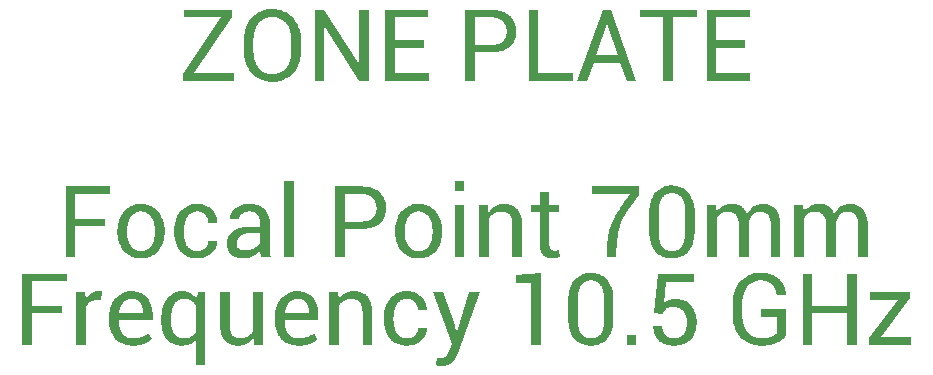
<source format=gto>
G04*
G04 #@! TF.GenerationSoftware,Altium Limited,Altium Designer,18.0.9 (584)*
G04*
G04 Layer_Color=65535*
%FSLAX25Y25*%
%MOIN*%
G70*
G01*
G75*
G36*
X380911Y442258D02*
X377693D01*
X366288Y460346D01*
X366193Y460308D01*
Y442258D01*
X362994D01*
Y465944D01*
X366193D01*
X377598Y447856D01*
X377693Y447894D01*
Y465944D01*
X380911D01*
Y442258D01*
D02*
G37*
G36*
X508003Y463411D02*
X496788D01*
Y455757D01*
X506518D01*
Y453225D01*
X496788D01*
Y444752D01*
X508174D01*
Y442258D01*
X493589D01*
Y465944D01*
X508003D01*
Y463411D01*
D02*
G37*
G36*
X490219D02*
X482394D01*
Y442258D01*
X479195D01*
Y463411D01*
X471484D01*
Y465944D01*
X490219D01*
Y463411D01*
D02*
G37*
G36*
X470170Y442258D02*
X466914D01*
X464820Y448351D01*
X455909D01*
X453796Y442258D01*
X450521D01*
X459070Y465944D01*
X461812D01*
X470170Y442258D01*
D02*
G37*
G36*
X437478Y444752D02*
X449036D01*
Y442258D01*
X434280D01*
Y465944D01*
X437478D01*
Y444752D01*
D02*
G37*
G36*
X422532Y465925D02*
X422799Y465906D01*
X423122Y465886D01*
X423484Y465848D01*
X423884Y465772D01*
X424322Y465696D01*
X424798Y465601D01*
X425274Y465468D01*
X425769Y465315D01*
X426245Y465125D01*
X426740Y464896D01*
X427197Y464630D01*
X427635Y464325D01*
X428054Y463982D01*
X428073Y463963D01*
X428149Y463887D01*
X428244Y463792D01*
X428377Y463621D01*
X428549Y463430D01*
X428720Y463202D01*
X428910Y462916D01*
X429120Y462612D01*
X429310Y462269D01*
X429501Y461869D01*
X429672Y461450D01*
X429843Y460993D01*
X429977Y460498D01*
X430072Y459984D01*
X430148Y459432D01*
X430167Y458842D01*
Y458804D01*
Y458708D01*
X430148Y458537D01*
X430129Y458309D01*
X430110Y458042D01*
X430053Y457718D01*
X429996Y457376D01*
X429901Y456995D01*
X429786Y456595D01*
X429653Y456176D01*
X429482Y455738D01*
X429272Y455300D01*
X429025Y454881D01*
X428758Y454462D01*
X428435Y454063D01*
X428054Y453682D01*
X428035Y453663D01*
X427958Y453606D01*
X427844Y453510D01*
X427673Y453377D01*
X427444Y453244D01*
X427197Y453073D01*
X426892Y452901D01*
X426531Y452730D01*
X426131Y452539D01*
X425693Y452368D01*
X425217Y452197D01*
X424684Y452063D01*
X424112Y451930D01*
X423503Y451835D01*
X422856Y451778D01*
X422170Y451759D01*
X416306D01*
Y442258D01*
X413107D01*
Y465944D01*
X422342D01*
X422532Y465925D01*
D02*
G37*
G36*
X400865Y463411D02*
X389650D01*
Y455757D01*
X399379D01*
Y453225D01*
X389650D01*
Y444752D01*
X401036D01*
Y442258D01*
X386451D01*
Y465944D01*
X400865D01*
Y463411D01*
D02*
G37*
G36*
X335462Y463640D02*
X322762Y444752D01*
X336014D01*
Y442258D01*
X319145D01*
Y444619D01*
X331806Y463411D01*
X319335D01*
Y465944D01*
X335462D01*
Y463640D01*
D02*
G37*
G36*
X348981Y466267D02*
X349114D01*
X349399Y466248D01*
X349780Y466191D01*
X350199Y466134D01*
X350656Y466039D01*
X351170Y465925D01*
X351722Y465772D01*
X352274Y465582D01*
X352865Y465353D01*
X353436Y465068D01*
X354026Y464744D01*
X354597Y464363D01*
X355150Y463925D01*
X355664Y463411D01*
X355702Y463373D01*
X355778Y463278D01*
X355911Y463126D01*
X356083Y462897D01*
X356292Y462612D01*
X356520Y462269D01*
X356768Y461888D01*
X357015Y461431D01*
X357263Y460936D01*
X357510Y460384D01*
X357739Y459794D01*
X357948Y459146D01*
X358120Y458480D01*
X358253Y457756D01*
X358329Y456995D01*
X358367Y456195D01*
Y451968D01*
Y451949D01*
Y451911D01*
Y451854D01*
Y451778D01*
X358348Y451664D01*
Y451549D01*
Y451416D01*
X358329Y451245D01*
X358291Y450883D01*
X358234Y450445D01*
X358139Y449969D01*
X358025Y449436D01*
X357891Y448884D01*
X357701Y448313D01*
X357491Y447703D01*
X357225Y447094D01*
X356920Y446504D01*
X356558Y445894D01*
X356140Y445323D01*
X355664Y444771D01*
X355626Y444733D01*
X355549Y444657D01*
X355397Y444504D01*
X355169Y444333D01*
X354902Y444105D01*
X354597Y443876D01*
X354217Y443610D01*
X353779Y443362D01*
X353303Y443096D01*
X352789Y442829D01*
X352217Y442600D01*
X351589Y442372D01*
X350923Y442201D01*
X350218Y442048D01*
X349476Y441972D01*
X348695Y441934D01*
X348505D01*
X348409Y441953D01*
X348295D01*
X348009Y441972D01*
X347648Y442029D01*
X347248Y442086D01*
X346791Y442182D01*
X346296Y442296D01*
X345763Y442448D01*
X345230Y442620D01*
X344658Y442848D01*
X344087Y443134D01*
X343535Y443457D01*
X342983Y443838D01*
X342450Y444276D01*
X341936Y444771D01*
X341917Y444809D01*
X341822Y444904D01*
X341688Y445057D01*
X341536Y445285D01*
X341326Y445571D01*
X341117Y445914D01*
X340889Y446294D01*
X340641Y446751D01*
X340393Y447246D01*
X340165Y447779D01*
X339956Y448370D01*
X339746Y449017D01*
X339594Y449683D01*
X339461Y450407D01*
X339384Y451168D01*
X339346Y451968D01*
Y456195D01*
Y456214D01*
Y456252D01*
Y456309D01*
Y456386D01*
X339365Y456500D01*
Y456614D01*
X339384Y456919D01*
X339422Y457280D01*
X339480Y457718D01*
X339556Y458194D01*
X339670Y458708D01*
X339803Y459280D01*
X339975Y459851D01*
X340184Y460441D01*
X340432Y461050D01*
X340736Y461660D01*
X341079Y462250D01*
X341479Y462840D01*
X341936Y463392D01*
X341974Y463430D01*
X342050Y463525D01*
X342202Y463659D01*
X342412Y463849D01*
X342659Y464059D01*
X342983Y464306D01*
X343345Y464573D01*
X343764Y464839D01*
X344221Y465106D01*
X344735Y465372D01*
X345287Y465620D01*
X345896Y465829D01*
X346524Y466020D01*
X347210Y466172D01*
X347933Y466248D01*
X348695Y466286D01*
X348885D01*
X348981Y466267D01*
D02*
G37*
G36*
X412860Y405499D02*
X409642D01*
Y408774D01*
X412860D01*
Y405499D01*
D02*
G37*
G36*
X426359Y401291D02*
X426569D01*
X426797Y401253D01*
X427083Y401215D01*
X427387Y401177D01*
X427711Y401101D01*
X428073Y401006D01*
X428435Y400911D01*
X428796Y400758D01*
X429158Y400606D01*
X429520Y400416D01*
X429881Y400187D01*
X430205Y399939D01*
X430510Y399635D01*
X430529Y399616D01*
X430586Y399559D01*
X430662Y399464D01*
X430757Y399330D01*
X430872Y399140D01*
X431005Y398930D01*
X431138Y398664D01*
X431290Y398378D01*
X431443Y398036D01*
X431576Y397655D01*
X431709Y397236D01*
X431824Y396760D01*
X431919Y396265D01*
X432014Y395713D01*
X432052Y395122D01*
X432071Y394494D01*
Y383394D01*
X428872D01*
Y394437D01*
Y394456D01*
Y394532D01*
Y394665D01*
X428853Y394818D01*
Y395008D01*
X428815Y395218D01*
X428796Y395465D01*
X428758Y395713D01*
X428644Y396265D01*
X428473Y396798D01*
X428377Y397064D01*
X428244Y397312D01*
X428111Y397540D01*
X427939Y397731D01*
X427920Y397750D01*
X427901Y397769D01*
X427844Y397826D01*
X427768Y397883D01*
X427673Y397959D01*
X427559Y398036D01*
X427406Y398131D01*
X427254Y398226D01*
X427064Y398302D01*
X426854Y398397D01*
X426626Y398473D01*
X426378Y398550D01*
X426093Y398607D01*
X425807Y398664D01*
X425483Y398683D01*
X425141Y398702D01*
X424893D01*
X424760Y398683D01*
X424626Y398664D01*
X424265Y398626D01*
X423884Y398550D01*
X423446Y398454D01*
X423027Y398302D01*
X422627Y398112D01*
X422608D01*
X422589Y398093D01*
X422532Y398055D01*
X422456Y397997D01*
X422265Y397864D01*
X422037Y397693D01*
X421770Y397445D01*
X421504Y397160D01*
X421237Y396836D01*
X420990Y396455D01*
Y383394D01*
X417791D01*
Y400987D01*
X420647D01*
X420876Y398359D01*
X420895Y398378D01*
X420914Y398416D01*
X420971Y398493D01*
X421028Y398588D01*
X421123Y398702D01*
X421218Y398854D01*
X421485Y399159D01*
X421790Y399502D01*
X422170Y399863D01*
X422589Y400225D01*
X423065Y400530D01*
X423084D01*
X423122Y400568D01*
X423199Y400606D01*
X423294Y400644D01*
X423427Y400720D01*
X423579Y400777D01*
X423751Y400853D01*
X423941Y400930D01*
X424151Y400987D01*
X424398Y401063D01*
X424912Y401196D01*
X425483Y401272D01*
X426093Y401310D01*
X426226D01*
X426359Y401291D01*
D02*
G37*
G36*
X541780D02*
X541951D01*
X542179Y401253D01*
X542446Y401215D01*
X542732Y401158D01*
X543055Y401082D01*
X543379Y400987D01*
X543722Y400853D01*
X544083Y400720D01*
X544445Y400530D01*
X544788Y400320D01*
X545131Y400073D01*
X545454Y399787D01*
X545759Y399464D01*
X545778Y399445D01*
X545835Y399368D01*
X545911Y399273D01*
X546006Y399121D01*
X546121Y398930D01*
X546254Y398683D01*
X546387Y398397D01*
X546540Y398074D01*
X546692Y397712D01*
X546825Y397293D01*
X546958Y396836D01*
X547073Y396341D01*
X547168Y395789D01*
X547263Y395218D01*
X547301Y394570D01*
X547320Y393904D01*
Y383394D01*
X544122D01*
Y393942D01*
Y393980D01*
Y394056D01*
Y394189D01*
X544102Y394361D01*
Y394589D01*
X544083Y394818D01*
X544045Y395084D01*
X544007Y395389D01*
X543912Y395979D01*
X543741Y396588D01*
X543645Y396874D01*
X543531Y397160D01*
X543379Y397407D01*
X543227Y397617D01*
X543208Y397636D01*
X543189Y397655D01*
X543131Y397712D01*
X543055Y397788D01*
X542960Y397864D01*
X542846Y397959D01*
X542713Y398055D01*
X542560Y398169D01*
X542370Y398264D01*
X542179Y398359D01*
X541951Y398454D01*
X541722Y398531D01*
X541456Y398607D01*
X541170Y398664D01*
X540866Y398683D01*
X540542Y398702D01*
X540390D01*
X540275Y398683D01*
X540123Y398664D01*
X539971Y398645D01*
X539590Y398569D01*
X539171Y398416D01*
X538943Y398340D01*
X538733Y398226D01*
X538505Y398093D01*
X538295Y397940D01*
X538086Y397769D01*
X537876Y397559D01*
X537857Y397540D01*
X537838Y397502D01*
X537781Y397445D01*
X537724Y397350D01*
X537629Y397255D01*
X537553Y397122D01*
X537458Y396950D01*
X537343Y396779D01*
X537248Y396588D01*
X537153Y396360D01*
X537039Y396131D01*
X536963Y395865D01*
X536791Y395313D01*
X536734Y395008D01*
X536696Y394685D01*
Y394570D01*
Y383394D01*
X533478D01*
Y393942D01*
Y393980D01*
Y394056D01*
Y394170D01*
X533459Y394342D01*
Y394551D01*
X533421Y394780D01*
X533402Y395046D01*
X533364Y395332D01*
X533250Y395922D01*
X533078Y396512D01*
X532983Y396798D01*
X532850Y397083D01*
X532717Y397331D01*
X532545Y397559D01*
X532526Y397579D01*
X532507Y397617D01*
X532450Y397674D01*
X532374Y397731D01*
X532279Y397826D01*
X532164Y397921D01*
X532031Y398017D01*
X531879Y398131D01*
X531707Y398245D01*
X531498Y398340D01*
X531289Y398435D01*
X531060Y398531D01*
X530794Y398588D01*
X530527Y398645D01*
X530222Y398683D01*
X529918Y398702D01*
X529670D01*
X529556Y398683D01*
X529404Y398664D01*
X529061Y398626D01*
X528680Y398550D01*
X528280Y398454D01*
X527880Y398302D01*
X527500Y398093D01*
X527481D01*
X527461Y398074D01*
X527347Y397978D01*
X527176Y397845D01*
X526966Y397655D01*
X526738Y397426D01*
X526490Y397141D01*
X526262Y396798D01*
X526053Y396417D01*
Y383394D01*
X522854D01*
Y400987D01*
X525710D01*
X525938Y398683D01*
X525957Y398702D01*
X525976Y398740D01*
X526033Y398797D01*
X526091Y398892D01*
X526281Y399121D01*
X526529Y399406D01*
X526852Y399711D01*
X527233Y400035D01*
X527652Y400339D01*
X528128Y400625D01*
X528147D01*
X528185Y400663D01*
X528261Y400682D01*
X528356Y400739D01*
X528490Y400777D01*
X528642Y400834D01*
X528813Y400911D01*
X529023Y400968D01*
X529232Y401025D01*
X529461Y401101D01*
X529994Y401196D01*
X530584Y401272D01*
X531212Y401310D01*
X531384D01*
X531498Y401291D01*
X531650D01*
X531841Y401272D01*
X532031Y401234D01*
X532241Y401215D01*
X532717Y401120D01*
X533231Y400968D01*
X533726Y400758D01*
X533973Y400644D01*
X534221Y400492D01*
X534240D01*
X534278Y400454D01*
X534335Y400416D01*
X534430Y400339D01*
X534544Y400263D01*
X534659Y400149D01*
X534792Y400035D01*
X534944Y399882D01*
X535097Y399730D01*
X535249Y399540D01*
X535401Y399349D01*
X535554Y399121D01*
X535725Y398892D01*
X535858Y398626D01*
X535991Y398359D01*
X536125Y398055D01*
X536144Y398074D01*
X536163Y398131D01*
X536220Y398207D01*
X536277Y398302D01*
X536353Y398435D01*
X536467Y398588D01*
X536715Y398930D01*
X537020Y399311D01*
X537400Y399711D01*
X537838Y400092D01*
X538314Y400434D01*
X538333Y400454D01*
X538371Y400473D01*
X538448Y400511D01*
X538562Y400568D01*
X538695Y400644D01*
X538847Y400720D01*
X539019Y400796D01*
X539228Y400873D01*
X539457Y400949D01*
X539704Y401025D01*
X540237Y401177D01*
X540847Y401272D01*
X541170Y401310D01*
X541627D01*
X541780Y401291D01*
D02*
G37*
G36*
X512667D02*
X512839D01*
X513067Y401253D01*
X513334Y401215D01*
X513619Y401158D01*
X513943Y401082D01*
X514267Y400987D01*
X514609Y400853D01*
X514971Y400720D01*
X515333Y400530D01*
X515676Y400320D01*
X516018Y400073D01*
X516342Y399787D01*
X516647Y399464D01*
X516666Y399445D01*
X516723Y399368D01*
X516799Y399273D01*
X516894Y399121D01*
X517009Y398930D01*
X517142Y398683D01*
X517275Y398397D01*
X517427Y398074D01*
X517580Y397712D01*
X517713Y397293D01*
X517846Y396836D01*
X517961Y396341D01*
X518056Y395789D01*
X518151Y395218D01*
X518189Y394570D01*
X518208Y393904D01*
Y383394D01*
X515009D01*
Y393942D01*
Y393980D01*
Y394056D01*
Y394189D01*
X514990Y394361D01*
Y394589D01*
X514971Y394818D01*
X514933Y395084D01*
X514895Y395389D01*
X514800Y395979D01*
X514629Y396588D01*
X514533Y396874D01*
X514419Y397160D01*
X514267Y397407D01*
X514115Y397617D01*
X514095Y397636D01*
X514076Y397655D01*
X514019Y397712D01*
X513943Y397788D01*
X513848Y397864D01*
X513734Y397959D01*
X513600Y398055D01*
X513448Y398169D01*
X513258Y398264D01*
X513067Y398359D01*
X512839Y398454D01*
X512610Y398531D01*
X512344Y398607D01*
X512058Y398664D01*
X511754Y398683D01*
X511430Y398702D01*
X511277D01*
X511163Y398683D01*
X511011Y398664D01*
X510859Y398645D01*
X510478Y398569D01*
X510059Y398416D01*
X509831Y398340D01*
X509621Y398226D01*
X509393Y398093D01*
X509183Y397940D01*
X508974Y397769D01*
X508764Y397559D01*
X508745Y397540D01*
X508726Y397502D01*
X508669Y397445D01*
X508612Y397350D01*
X508517Y397255D01*
X508441Y397122D01*
X508345Y396950D01*
X508231Y396779D01*
X508136Y396588D01*
X508041Y396360D01*
X507927Y396131D01*
X507850Y395865D01*
X507679Y395313D01*
X507622Y395008D01*
X507584Y394685D01*
Y394570D01*
Y383394D01*
X504366D01*
Y393942D01*
Y393980D01*
Y394056D01*
Y394170D01*
X504347Y394342D01*
Y394551D01*
X504309Y394780D01*
X504290Y395046D01*
X504252Y395332D01*
X504138Y395922D01*
X503966Y396512D01*
X503871Y396798D01*
X503738Y397083D01*
X503604Y397331D01*
X503433Y397559D01*
X503414Y397579D01*
X503395Y397617D01*
X503338Y397674D01*
X503262Y397731D01*
X503166Y397826D01*
X503052Y397921D01*
X502919Y398017D01*
X502767Y398131D01*
X502595Y398245D01*
X502386Y398340D01*
X502176Y398435D01*
X501948Y398531D01*
X501681Y398588D01*
X501415Y398645D01*
X501110Y398683D01*
X500806Y398702D01*
X500558D01*
X500444Y398683D01*
X500291Y398664D01*
X499949Y398626D01*
X499568Y398550D01*
X499168Y398454D01*
X498768Y398302D01*
X498387Y398093D01*
X498368D01*
X498349Y398074D01*
X498235Y397978D01*
X498064Y397845D01*
X497854Y397655D01*
X497626Y397426D01*
X497378Y397141D01*
X497150Y396798D01*
X496940Y396417D01*
Y383394D01*
X493742D01*
Y400987D01*
X496598D01*
X496826Y398683D01*
X496845Y398702D01*
X496864Y398740D01*
X496921Y398797D01*
X496979Y398892D01*
X497169Y399121D01*
X497416Y399406D01*
X497740Y399711D01*
X498121Y400035D01*
X498540Y400339D01*
X499016Y400625D01*
X499035D01*
X499073Y400663D01*
X499149Y400682D01*
X499244Y400739D01*
X499377Y400777D01*
X499530Y400834D01*
X499701Y400911D01*
X499911Y400968D01*
X500120Y401025D01*
X500349Y401101D01*
X500882Y401196D01*
X501472Y401272D01*
X502100Y401310D01*
X502272D01*
X502386Y401291D01*
X502538D01*
X502729Y401272D01*
X502919Y401234D01*
X503128Y401215D01*
X503604Y401120D01*
X504118Y400968D01*
X504613Y400758D01*
X504861Y400644D01*
X505109Y400492D01*
X505128D01*
X505166Y400454D01*
X505223Y400416D01*
X505318Y400339D01*
X505432Y400263D01*
X505547Y400149D01*
X505680Y400035D01*
X505832Y399882D01*
X505984Y399730D01*
X506137Y399540D01*
X506289Y399349D01*
X506441Y399121D01*
X506613Y398892D01*
X506746Y398626D01*
X506879Y398359D01*
X507013Y398055D01*
X507032Y398074D01*
X507051Y398131D01*
X507108Y398207D01*
X507165Y398302D01*
X507241Y398435D01*
X507355Y398588D01*
X507603Y398930D01*
X507907Y399311D01*
X508288Y399711D01*
X508726Y400092D01*
X509202Y400434D01*
X509221Y400454D01*
X509259Y400473D01*
X509335Y400511D01*
X509450Y400568D01*
X509583Y400644D01*
X509735Y400720D01*
X509907Y400796D01*
X510116Y400873D01*
X510345Y400949D01*
X510592Y401025D01*
X511125Y401177D01*
X511734Y401272D01*
X512058Y401310D01*
X512515D01*
X512667Y401291D01*
D02*
G37*
G36*
X324133D02*
X324343D01*
X324590Y401253D01*
X324876Y401215D01*
X325200Y401158D01*
X325561Y401082D01*
X325923Y400987D01*
X326323Y400873D01*
X326723Y400720D01*
X327123Y400549D01*
X327522Y400339D01*
X327922Y400092D01*
X328303Y399806D01*
X328665Y399482D01*
X328684Y399464D01*
X328741Y399406D01*
X328836Y399292D01*
X328951Y399159D01*
X329103Y398988D01*
X329255Y398778D01*
X329427Y398531D01*
X329598Y398245D01*
X329769Y397940D01*
X329941Y397598D01*
X330093Y397236D01*
X330226Y396836D01*
X330340Y396417D01*
X330436Y395960D01*
X330474Y395503D01*
X330493Y395008D01*
X330455Y394913D01*
X327541D01*
Y394932D01*
Y394989D01*
Y395065D01*
X327522Y395180D01*
X327503Y395332D01*
X327484Y395484D01*
X327446Y395674D01*
X327408Y395865D01*
X327294Y396303D01*
X327104Y396760D01*
X326989Y396988D01*
X326837Y397217D01*
X326685Y397445D01*
X326494Y397655D01*
X326475Y397674D01*
X326456Y397712D01*
X326380Y397769D01*
X326304Y397826D01*
X326209Y397921D01*
X326075Y398017D01*
X325942Y398112D01*
X325771Y398226D01*
X325390Y398435D01*
X324933Y398626D01*
X324686Y398683D01*
X324419Y398740D01*
X324133Y398778D01*
X323848Y398797D01*
X323753D01*
X323619Y398778D01*
X323467D01*
X323277Y398740D01*
X323048Y398702D01*
X322801Y398645D01*
X322534Y398569D01*
X322248Y398473D01*
X321963Y398340D01*
X321677Y398207D01*
X321392Y398017D01*
X321125Y397807D01*
X320859Y397559D01*
X320611Y397274D01*
X320402Y396950D01*
X320382Y396931D01*
X320363Y396874D01*
X320306Y396760D01*
X320230Y396626D01*
X320154Y396455D01*
X320059Y396227D01*
X319964Y395998D01*
X319868Y395713D01*
X319773Y395408D01*
X319678Y395065D01*
X319583Y394704D01*
X319507Y394323D01*
X319430Y393904D01*
X319373Y393466D01*
X319354Y393009D01*
X319335Y392533D01*
Y391847D01*
Y391809D01*
Y391733D01*
Y391600D01*
X319354Y391410D01*
X319373Y391181D01*
X319392Y390915D01*
X319430Y390610D01*
X319469Y390305D01*
X319526Y389944D01*
X319602Y389601D01*
X319792Y388839D01*
X319906Y388458D01*
X320059Y388097D01*
X320211Y387716D01*
X320402Y387373D01*
X320421Y387354D01*
X320459Y387297D01*
X320516Y387202D01*
X320611Y387087D01*
X320725Y386954D01*
X320859Y386802D01*
X321030Y386631D01*
X321239Y386459D01*
X321468Y386288D01*
X321715Y386117D01*
X322001Y385964D01*
X322305Y385831D01*
X322648Y385717D01*
X323010Y385621D01*
X323410Y385564D01*
X323848Y385545D01*
X324000D01*
X324095Y385564D01*
X324229Y385583D01*
X324381Y385602D01*
X324724Y385679D01*
X325143Y385793D01*
X325561Y385964D01*
X325790Y386078D01*
X326018Y386212D01*
X326228Y386364D01*
X326437Y386535D01*
X326456Y386554D01*
X326494Y386573D01*
X326532Y386631D01*
X326609Y386707D01*
X326685Y386802D01*
X326780Y386916D01*
X326989Y387202D01*
X327199Y387563D01*
X327370Y387982D01*
X327446Y388192D01*
X327503Y388439D01*
X327522Y388687D01*
X327541Y388953D01*
X330436D01*
X330493Y388858D01*
Y388839D01*
Y388763D01*
Y388630D01*
X330474Y388477D01*
X330436Y388268D01*
X330398Y388039D01*
X330340Y387792D01*
X330264Y387506D01*
X330169Y387183D01*
X330036Y386878D01*
X329883Y386535D01*
X329693Y386193D01*
X329465Y385850D01*
X329198Y385507D01*
X328893Y385164D01*
X328532Y384822D01*
X328513Y384803D01*
X328436Y384746D01*
X328322Y384669D01*
X328170Y384555D01*
X327979Y384422D01*
X327751Y384270D01*
X327484Y384117D01*
X327199Y383946D01*
X326856Y383774D01*
X326494Y383622D01*
X326114Y383470D01*
X325714Y383337D01*
X325276Y383241D01*
X324819Y383146D01*
X324343Y383089D01*
X323848Y383070D01*
X323676D01*
X323486Y383089D01*
X323238Y383108D01*
X322934Y383146D01*
X322572Y383203D01*
X322172Y383279D01*
X321734Y383375D01*
X321277Y383508D01*
X320820Y383679D01*
X320344Y383889D01*
X319868Y384117D01*
X319392Y384403D01*
X318935Y384746D01*
X318517Y385126D01*
X318117Y385564D01*
X318098Y385602D01*
X318021Y385679D01*
X317926Y385831D01*
X317793Y386021D01*
X317641Y386269D01*
X317469Y386554D01*
X317298Y386897D01*
X317108Y387297D01*
X316917Y387735D01*
X316746Y388211D01*
X316575Y388725D01*
X316422Y389277D01*
X316289Y389867D01*
X316194Y390496D01*
X316118Y391162D01*
X316098Y391847D01*
Y392533D01*
Y392552D01*
Y392571D01*
Y392628D01*
Y392704D01*
X316118Y392895D01*
X316137Y393161D01*
X316156Y393466D01*
X316213Y393847D01*
X316270Y394247D01*
X316346Y394704D01*
X316460Y395180D01*
X316594Y395694D01*
X316746Y396208D01*
X316955Y396741D01*
X317184Y397255D01*
X317450Y397788D01*
X317755Y398283D01*
X318117Y398778D01*
X318136Y398816D01*
X318212Y398892D01*
X318326Y399007D01*
X318497Y399178D01*
X318707Y399368D01*
X318954Y399578D01*
X319259Y399806D01*
X319602Y400054D01*
X319983Y400282D01*
X320421Y400511D01*
X320878Y400720D01*
X321392Y400911D01*
X321944Y401082D01*
X322534Y401196D01*
X323181Y401291D01*
X323848Y401310D01*
X323981D01*
X324133Y401291D01*
D02*
G37*
G36*
X471198Y404547D02*
X471179Y404528D01*
X471141Y404490D01*
X471084Y404414D01*
X471008Y404319D01*
X470894Y404185D01*
X470779Y404033D01*
X470627Y403843D01*
X470475Y403652D01*
X470303Y403424D01*
X470113Y403195D01*
X469904Y402929D01*
X469694Y402643D01*
X469237Y402034D01*
X468761Y401368D01*
X468247Y400663D01*
X467733Y399901D01*
X467238Y399121D01*
X466743Y398321D01*
X466267Y397521D01*
X465848Y396703D01*
X465448Y395903D01*
X465125Y395122D01*
Y395103D01*
X465105Y395084D01*
X465087Y395027D01*
X465048Y394932D01*
X465029Y394837D01*
X464972Y394723D01*
X464934Y394570D01*
X464877Y394399D01*
X464820Y394228D01*
X464763Y394018D01*
X464630Y393561D01*
X464477Y393047D01*
X464344Y392457D01*
X464192Y391809D01*
X464039Y391105D01*
X463906Y390343D01*
X463792Y389544D01*
X463697Y388706D01*
X463620Y387811D01*
X463563Y386897D01*
X463544Y385964D01*
Y383394D01*
X460346D01*
Y385964D01*
Y385983D01*
Y386021D01*
Y386097D01*
Y386212D01*
Y386326D01*
X460365Y386497D01*
Y386669D01*
X460384Y386878D01*
Y387087D01*
X460403Y387335D01*
X460422Y387602D01*
X460460Y387887D01*
X460517Y388515D01*
X460593Y389182D01*
X460707Y389925D01*
X460821Y390686D01*
X460993Y391486D01*
X461183Y392304D01*
X461412Y393142D01*
X461678Y393980D01*
X461983Y394818D01*
X462326Y395637D01*
Y395655D01*
X462345Y395694D01*
X462383Y395751D01*
X462421Y395827D01*
X462478Y395941D01*
X462535Y396055D01*
X462611Y396208D01*
X462687Y396379D01*
X462783Y396569D01*
X462897Y396779D01*
X463144Y397236D01*
X463449Y397769D01*
X463792Y398359D01*
X464173Y399007D01*
X464591Y399711D01*
X465067Y400434D01*
X465562Y401215D01*
X466134Y402015D01*
X466724Y402834D01*
X467352Y403690D01*
X468038Y404547D01*
X455471D01*
Y407080D01*
X471198D01*
Y404547D01*
D02*
G37*
G36*
X412860Y383394D02*
X409642D01*
Y400987D01*
X412860D01*
Y383394D01*
D02*
G37*
G36*
X379159Y407060D02*
X379426Y407041D01*
X379749Y407022D01*
X380111Y406984D01*
X380511Y406908D01*
X380949Y406832D01*
X381425Y406737D01*
X381901Y406603D01*
X382396Y406451D01*
X382872Y406261D01*
X383367Y406032D01*
X383824Y405766D01*
X384262Y405461D01*
X384681Y405118D01*
X384700Y405099D01*
X384776Y405023D01*
X384871Y404928D01*
X385004Y404757D01*
X385176Y404566D01*
X385347Y404338D01*
X385537Y404052D01*
X385747Y403748D01*
X385937Y403405D01*
X386128Y403005D01*
X386299Y402586D01*
X386470Y402129D01*
X386604Y401634D01*
X386699Y401120D01*
X386775Y400568D01*
X386794Y399978D01*
Y399939D01*
Y399844D01*
X386775Y399673D01*
X386756Y399445D01*
X386737Y399178D01*
X386680Y398854D01*
X386623Y398512D01*
X386527Y398131D01*
X386413Y397731D01*
X386280Y397312D01*
X386109Y396874D01*
X385899Y396436D01*
X385652Y396017D01*
X385385Y395598D01*
X385061Y395198D01*
X384681Y394818D01*
X384662Y394799D01*
X384585Y394742D01*
X384471Y394646D01*
X384300Y394513D01*
X384071Y394380D01*
X383824Y394209D01*
X383519Y394037D01*
X383157Y393866D01*
X382757Y393675D01*
X382320Y393504D01*
X381844Y393333D01*
X381311Y393199D01*
X380739Y393066D01*
X380130Y392971D01*
X379483Y392914D01*
X378797Y392895D01*
X372933D01*
Y383394D01*
X369734D01*
Y407080D01*
X378969D01*
X379159Y407060D01*
D02*
G37*
G36*
X356083Y383394D02*
X352865D01*
Y408774D01*
X356083D01*
Y383394D01*
D02*
G37*
G36*
X341822Y401291D02*
X342069Y401272D01*
X342374Y401234D01*
X342697Y401177D01*
X343040Y401120D01*
X343421Y401044D01*
X343821Y400949D01*
X344201Y400815D01*
X344620Y400663D01*
X345001Y400492D01*
X345401Y400282D01*
X345782Y400054D01*
X346125Y399787D01*
X346144Y399768D01*
X346201Y399711D01*
X346296Y399635D01*
X346410Y399502D01*
X346543Y399349D01*
X346696Y399159D01*
X346867Y398930D01*
X347039Y398664D01*
X347210Y398378D01*
X347381Y398055D01*
X347533Y397693D01*
X347667Y397293D01*
X347781Y396874D01*
X347876Y396417D01*
X347933Y395922D01*
X347952Y395408D01*
Y386935D01*
Y386916D01*
Y386897D01*
Y386840D01*
Y386783D01*
Y386593D01*
X347971Y386345D01*
Y386078D01*
X347990Y385755D01*
X348048Y385107D01*
Y385069D01*
X348067Y384955D01*
X348105Y384784D01*
X348143Y384574D01*
X348181Y384308D01*
X348257Y384022D01*
X348409Y383394D01*
X345115D01*
Y383432D01*
X345096Y383527D01*
X345058Y383679D01*
X345020Y383870D01*
X344982Y384079D01*
X344925Y384308D01*
X344849Y384784D01*
Y384803D01*
X344830Y384898D01*
Y385012D01*
X344811Y385164D01*
X344792Y385355D01*
X344773Y385564D01*
X344754Y386021D01*
X344735Y386002D01*
X344716Y385964D01*
X344658Y385907D01*
X344601Y385812D01*
X344506Y385698D01*
X344392Y385583D01*
X344125Y385279D01*
X343783Y384936D01*
X343383Y384593D01*
X342926Y384231D01*
X342412Y383908D01*
X342393D01*
X342355Y383870D01*
X342279Y383832D01*
X342164Y383774D01*
X342031Y383717D01*
X341879Y383641D01*
X341688Y383565D01*
X341498Y383489D01*
X341269Y383413D01*
X341041Y383337D01*
X340508Y383203D01*
X339937Y383108D01*
X339632Y383089D01*
X339327Y383070D01*
X339213D01*
X339061Y383089D01*
X338870D01*
X338642Y383108D01*
X338375Y383146D01*
X338090Y383184D01*
X337766Y383241D01*
X337423Y383318D01*
X337081Y383413D01*
X336738Y383527D01*
X336395Y383660D01*
X336052Y383813D01*
X335710Y384003D01*
X335405Y384212D01*
X335119Y384460D01*
X335100Y384479D01*
X335062Y384517D01*
X334986Y384612D01*
X334891Y384707D01*
X334796Y384860D01*
X334663Y385031D01*
X334548Y385241D01*
X334415Y385469D01*
X334282Y385717D01*
X334148Y386021D01*
X334015Y386326D01*
X333920Y386669D01*
X333825Y387049D01*
X333749Y387449D01*
X333711Y387868D01*
X333691Y388325D01*
Y388363D01*
Y388439D01*
X333711Y388573D01*
X333730Y388744D01*
X333749Y388953D01*
X333806Y389201D01*
X333863Y389468D01*
X333939Y389772D01*
X334053Y390077D01*
X334187Y390401D01*
X334358Y390724D01*
X334548Y391048D01*
X334777Y391371D01*
X335062Y391695D01*
X335367Y392000D01*
X335729Y392266D01*
X335748Y392285D01*
X335824Y392323D01*
X335938Y392400D01*
X336109Y392495D01*
X336319Y392590D01*
X336566Y392723D01*
X336852Y392857D01*
X337195Y392990D01*
X337576Y393123D01*
X337995Y393237D01*
X338432Y393371D01*
X338927Y393466D01*
X339461Y393561D01*
X340032Y393637D01*
X340641Y393675D01*
X341269Y393694D01*
X344754D01*
Y395446D01*
Y395465D01*
Y395522D01*
Y395598D01*
X344735Y395694D01*
Y395827D01*
X344697Y395979D01*
X344639Y396322D01*
X344525Y396722D01*
X344354Y397122D01*
X344240Y397331D01*
X344125Y397521D01*
X343973Y397712D01*
X343802Y397883D01*
X343783Y397902D01*
X343764Y397921D01*
X343706Y397959D01*
X343630Y398036D01*
X343535Y398093D01*
X343421Y398169D01*
X343269Y398264D01*
X343116Y398340D01*
X342945Y398435D01*
X342735Y398512D01*
X342526Y398588D01*
X342279Y398664D01*
X342031Y398721D01*
X341745Y398759D01*
X341460Y398778D01*
X341136Y398797D01*
X340984D01*
X340869Y398778D01*
X340736D01*
X340584Y398759D01*
X340241Y398702D01*
X339841Y398607D01*
X339422Y398473D01*
X339004Y398283D01*
X338623Y398017D01*
X338604D01*
X338585Y397978D01*
X338471Y397883D01*
X338318Y397712D01*
X338147Y397483D01*
X337975Y397217D01*
X337823Y396893D01*
X337709Y396531D01*
X337690Y396341D01*
X337671Y396131D01*
X334624Y396112D01*
X334586Y396208D01*
Y396227D01*
Y396303D01*
Y396398D01*
X334605Y396531D01*
X334624Y396703D01*
X334643Y396893D01*
X334701Y397122D01*
X334777Y397369D01*
X334853Y397636D01*
X334967Y397902D01*
X335119Y398207D01*
X335291Y398493D01*
X335500Y398797D01*
X335748Y399102D01*
X336033Y399406D01*
X336376Y399711D01*
X336395Y399730D01*
X336471Y399787D01*
X336566Y399863D01*
X336719Y399958D01*
X336909Y400092D01*
X337138Y400225D01*
X337404Y400358D01*
X337709Y400511D01*
X338052Y400663D01*
X338432Y400796D01*
X338832Y400949D01*
X339270Y401063D01*
X339746Y401158D01*
X340241Y401234D01*
X340774Y401291D01*
X341326Y401310D01*
X341612D01*
X341822Y401291D01*
D02*
G37*
G36*
X294850Y404547D02*
X283197D01*
Y396379D01*
X293193D01*
Y393866D01*
X283197D01*
Y383394D01*
X279999D01*
Y407080D01*
X294850D01*
Y404547D01*
D02*
G37*
G36*
X482337Y407403D02*
X482584Y407384D01*
X482870Y407346D01*
X483213Y407289D01*
X483593Y407232D01*
X483993Y407137D01*
X484431Y407003D01*
X484869Y406851D01*
X485326Y406661D01*
X485783Y406432D01*
X486240Y406166D01*
X486697Y405842D01*
X487116Y405480D01*
X487516Y405061D01*
X487535Y405042D01*
X487611Y404947D01*
X487706Y404814D01*
X487839Y404623D01*
X487992Y404395D01*
X488163Y404109D01*
X488353Y403766D01*
X488544Y403386D01*
X488734Y402948D01*
X488925Y402472D01*
X489096Y401958D01*
X489248Y401386D01*
X489382Y400777D01*
X489477Y400130D01*
X489553Y399425D01*
X489572Y398702D01*
Y391752D01*
Y391733D01*
Y391714D01*
Y391657D01*
Y391581D01*
Y391486D01*
X489553Y391371D01*
X489534Y391086D01*
X489515Y390743D01*
X489458Y390362D01*
X489401Y389925D01*
X489324Y389448D01*
X489210Y388953D01*
X489077Y388439D01*
X488905Y387906D01*
X488715Y387373D01*
X488487Y386859D01*
X488201Y386345D01*
X487896Y385850D01*
X487535Y385393D01*
X487516Y385374D01*
X487439Y385298D01*
X487325Y385184D01*
X487154Y385031D01*
X486963Y384860D01*
X486716Y384650D01*
X486411Y384441D01*
X486088Y384231D01*
X485707Y384022D01*
X485307Y383813D01*
X484850Y383603D01*
X484355Y383432D01*
X483841Y383279D01*
X483270Y383165D01*
X482679Y383089D01*
X482051Y383070D01*
X481899D01*
X481727Y383089D01*
X481480Y383108D01*
X481194Y383146D01*
X480852Y383184D01*
X480471Y383260D01*
X480071Y383356D01*
X479633Y383489D01*
X479195Y383641D01*
X478738Y383832D01*
X478281Y384060D01*
X477824Y384308D01*
X477367Y384631D01*
X476948Y384993D01*
X476549Y385393D01*
X476530Y385412D01*
X476453Y385507D01*
X476358Y385641D01*
X476225Y385831D01*
X476073Y386059D01*
X475901Y386345D01*
X475711Y386688D01*
X475520Y387069D01*
X475330Y387506D01*
X475140Y387982D01*
X474968Y388496D01*
X474816Y389068D01*
X474683Y389677D01*
X474587Y390324D01*
X474511Y391029D01*
X474492Y391752D01*
Y398702D01*
Y398721D01*
Y398740D01*
Y398797D01*
Y398873D01*
Y398969D01*
X474511Y399083D01*
X474530Y399368D01*
X474549Y399711D01*
X474607Y400092D01*
X474664Y400530D01*
X474740Y401006D01*
X474854Y401501D01*
X474987Y402015D01*
X475159Y402548D01*
X475349Y403081D01*
X475577Y403595D01*
X475863Y404109D01*
X476168Y404604D01*
X476530Y405061D01*
X476549Y405080D01*
X476625Y405157D01*
X476739Y405271D01*
X476910Y405423D01*
X477120Y405613D01*
X477367Y405804D01*
X477653Y406013D01*
X477996Y406242D01*
X478357Y406470D01*
X478776Y406680D01*
X479214Y406870D01*
X479709Y407060D01*
X480242Y407213D01*
X480794Y407327D01*
X481385Y407403D01*
X482013Y407422D01*
X482165D01*
X482337Y407403D01*
D02*
G37*
G36*
X441172Y400987D02*
X444504D01*
Y398607D01*
X441172D01*
Y387925D01*
Y387906D01*
Y387868D01*
Y387811D01*
Y387716D01*
X441191Y387506D01*
X441229Y387240D01*
X441305Y386954D01*
X441382Y386669D01*
X441515Y386402D01*
X441686Y386174D01*
X441705Y386155D01*
X441782Y386097D01*
X441896Y386021D01*
X442048Y385926D01*
X442239Y385831D01*
X442467Y385755D01*
X442733Y385698D01*
X443038Y385679D01*
X443152D01*
X443229Y385698D01*
X443419Y385717D01*
X443667Y385755D01*
X443685D01*
X443724Y385774D01*
X443781Y385793D01*
X443857Y385812D01*
X444047Y385850D01*
X444219Y385907D01*
X444676Y383717D01*
X444657Y383698D01*
X444599Y383660D01*
X444523Y383603D01*
X444409Y383546D01*
X444257Y383470D01*
X444066Y383394D01*
X443857Y383318D01*
X443609Y383241D01*
X443571D01*
X443495Y383222D01*
X443343Y383184D01*
X443171Y383165D01*
X442962Y383127D01*
X442733Y383089D01*
X442219Y383070D01*
X442029D01*
X441896Y383089D01*
X441743Y383108D01*
X441553Y383127D01*
X441325Y383165D01*
X441096Y383222D01*
X440601Y383356D01*
X440353Y383451D01*
X440087Y383565D01*
X439839Y383698D01*
X439592Y383851D01*
X439344Y384022D01*
X439116Y384231D01*
X439097Y384250D01*
X439059Y384289D01*
X439002Y384365D01*
X438945Y384460D01*
X438849Y384574D01*
X438754Y384727D01*
X438640Y384917D01*
X438545Y385126D01*
X438431Y385374D01*
X438316Y385641D01*
X438221Y385945D01*
X438145Y386288D01*
X438069Y386650D01*
X438012Y387049D01*
X437973Y387468D01*
X437955Y387925D01*
Y398607D01*
X435175D01*
Y400987D01*
X437955D01*
Y405233D01*
X441172D01*
Y400987D01*
D02*
G37*
G36*
X397913Y401291D02*
X398180Y401272D01*
X398485Y401234D01*
X398846Y401177D01*
X399227Y401101D01*
X399665Y400987D01*
X400122Y400853D01*
X400579Y400701D01*
X401074Y400492D01*
X401550Y400244D01*
X402026Y399958D01*
X402483Y399616D01*
X402921Y399216D01*
X403340Y398778D01*
X403359Y398740D01*
X403435Y398664D01*
X403530Y398512D01*
X403683Y398321D01*
X403835Y398074D01*
X404006Y397769D01*
X404216Y397426D01*
X404406Y397026D01*
X404596Y396588D01*
X404806Y396112D01*
X404977Y395579D01*
X405149Y395008D01*
X405282Y394399D01*
X405377Y393752D01*
X405453Y393066D01*
X405472Y392342D01*
Y392000D01*
Y391981D01*
Y391962D01*
Y391905D01*
Y391828D01*
Y391733D01*
X405453Y391619D01*
X405434Y391353D01*
X405415Y391010D01*
X405358Y390629D01*
X405301Y390191D01*
X405206Y389715D01*
X405091Y389220D01*
X404958Y388706D01*
X404787Y388154D01*
X404577Y387621D01*
X404330Y387087D01*
X404063Y386554D01*
X403740Y386040D01*
X403359Y385564D01*
X403340Y385545D01*
X403264Y385450D01*
X403149Y385336D01*
X402978Y385184D01*
X402749Y384993D01*
X402502Y384784D01*
X402197Y384555D01*
X401855Y384327D01*
X401455Y384079D01*
X401036Y383851D01*
X400560Y383641D01*
X400046Y383470D01*
X399494Y383298D01*
X398903Y383184D01*
X398275Y383108D01*
X397609Y383070D01*
X397456D01*
X397266Y383089D01*
X396999Y383108D01*
X396695Y383146D01*
X396333Y383203D01*
X395952Y383279D01*
X395514Y383375D01*
X395057Y383508D01*
X394581Y383679D01*
X394105Y383889D01*
X393629Y384117D01*
X393153Y384403D01*
X392677Y384746D01*
X392239Y385126D01*
X391821Y385564D01*
X391802Y385602D01*
X391725Y385679D01*
X391630Y385831D01*
X391497Y386021D01*
X391325Y386269D01*
X391154Y386573D01*
X390964Y386916D01*
X390773Y387316D01*
X390564Y387754D01*
X390373Y388249D01*
X390202Y388763D01*
X390031Y389334D01*
X389897Y389944D01*
X389802Y390591D01*
X389726Y391276D01*
X389707Y392000D01*
Y392342D01*
Y392362D01*
Y392381D01*
Y392438D01*
Y392514D01*
X389726Y392723D01*
X389745Y392990D01*
X389764Y393333D01*
X389821Y393713D01*
X389879Y394151D01*
X389974Y394608D01*
X390088Y395103D01*
X390221Y395637D01*
X390393Y396170D01*
X390602Y396703D01*
X390849Y397236D01*
X391116Y397769D01*
X391440Y398283D01*
X391821Y398778D01*
X391840Y398816D01*
X391916Y398892D01*
X392049Y399007D01*
X392220Y399178D01*
X392430Y399368D01*
X392677Y399578D01*
X392982Y399806D01*
X393344Y400054D01*
X393725Y400282D01*
X394163Y400511D01*
X394638Y400720D01*
X395153Y400911D01*
X395705Y401082D01*
X396295Y401196D01*
X396904Y401291D01*
X397571Y401310D01*
X397723D01*
X397913Y401291D01*
D02*
G37*
G36*
X305379D02*
X305645Y401272D01*
X305950Y401234D01*
X306312Y401177D01*
X306693Y401101D01*
X307131Y400987D01*
X307588Y400853D01*
X308045Y400701D01*
X308540Y400492D01*
X309016Y400244D01*
X309492Y399958D01*
X309949Y399616D01*
X310386Y399216D01*
X310805Y398778D01*
X310824Y398740D01*
X310901Y398664D01*
X310996Y398512D01*
X311148Y398321D01*
X311300Y398074D01*
X311472Y397769D01*
X311681Y397426D01*
X311872Y397026D01*
X312062Y396588D01*
X312271Y396112D01*
X312443Y395579D01*
X312614Y395008D01*
X312747Y394399D01*
X312843Y393752D01*
X312919Y393066D01*
X312938Y392342D01*
Y392000D01*
Y391981D01*
Y391962D01*
Y391905D01*
Y391828D01*
Y391733D01*
X312919Y391619D01*
X312900Y391353D01*
X312881Y391010D01*
X312824Y390629D01*
X312767Y390191D01*
X312671Y389715D01*
X312557Y389220D01*
X312424Y388706D01*
X312252Y388154D01*
X312043Y387621D01*
X311795Y387087D01*
X311529Y386554D01*
X311205Y386040D01*
X310824Y385564D01*
X310805Y385545D01*
X310729Y385450D01*
X310615Y385336D01*
X310444Y385184D01*
X310215Y384993D01*
X309968Y384784D01*
X309663Y384555D01*
X309320Y384327D01*
X308920Y384079D01*
X308502Y383851D01*
X308026Y383641D01*
X307511Y383470D01*
X306959Y383298D01*
X306369Y383184D01*
X305741Y383108D01*
X305074Y383070D01*
X304922D01*
X304732Y383089D01*
X304465Y383108D01*
X304160Y383146D01*
X303799Y383203D01*
X303418Y383279D01*
X302980Y383375D01*
X302523Y383508D01*
X302047Y383679D01*
X301571Y383889D01*
X301095Y384117D01*
X300619Y384403D01*
X300143Y384746D01*
X299705Y385126D01*
X299286Y385564D01*
X299267Y385602D01*
X299191Y385679D01*
X299096Y385831D01*
X298962Y386021D01*
X298791Y386269D01*
X298620Y386573D01*
X298429Y386916D01*
X298239Y387316D01*
X298029Y387754D01*
X297839Y388249D01*
X297668Y388763D01*
X297496Y389334D01*
X297363Y389944D01*
X297268Y390591D01*
X297192Y391276D01*
X297173Y392000D01*
Y392342D01*
Y392362D01*
Y392381D01*
Y392438D01*
Y392514D01*
X297192Y392723D01*
X297211Y392990D01*
X297230Y393333D01*
X297287Y393713D01*
X297344Y394151D01*
X297439Y394608D01*
X297553Y395103D01*
X297687Y395637D01*
X297858Y396170D01*
X298068Y396703D01*
X298315Y397236D01*
X298582Y397769D01*
X298905Y398283D01*
X299286Y398778D01*
X299305Y398816D01*
X299381Y398892D01*
X299515Y399007D01*
X299686Y399178D01*
X299895Y399368D01*
X300143Y399578D01*
X300448Y399806D01*
X300809Y400054D01*
X301190Y400282D01*
X301628Y400511D01*
X302104Y400720D01*
X302618Y400911D01*
X303170Y401082D01*
X303761Y401196D01*
X304370Y401291D01*
X305036Y401310D01*
X305189D01*
X305379Y401291D01*
D02*
G37*
G36*
X511934Y378314D02*
X512201Y378295D01*
X512544Y378276D01*
X512924Y378219D01*
X513362Y378162D01*
X513819Y378066D01*
X514314Y377952D01*
X514828Y377819D01*
X515343Y377647D01*
X515857Y377438D01*
X516371Y377190D01*
X516866Y376924D01*
X517361Y376600D01*
X517799Y376220D01*
X517818Y376200D01*
X517894Y376124D01*
X518008Y376010D01*
X518160Y375839D01*
X518332Y375629D01*
X518522Y375382D01*
X518732Y375096D01*
X518941Y374753D01*
X519151Y374392D01*
X519360Y373973D01*
X519550Y373535D01*
X519703Y373059D01*
X519855Y372564D01*
X519950Y372012D01*
X520007Y371440D01*
X520026Y370850D01*
X520007Y370755D01*
X516923D01*
Y370774D01*
Y370850D01*
Y370964D01*
X516904Y371117D01*
X516885Y371307D01*
X516847Y371517D01*
X516809Y371764D01*
X516751Y372012D01*
X516675Y372297D01*
X516580Y372583D01*
X516466Y372887D01*
X516333Y373192D01*
X516161Y373497D01*
X515971Y373782D01*
X515761Y374087D01*
X515514Y374354D01*
X515495Y374373D01*
X515457Y374411D01*
X515362Y374487D01*
X515266Y374582D01*
X515114Y374696D01*
X514943Y374811D01*
X514733Y374944D01*
X514505Y375077D01*
X514238Y375210D01*
X513934Y375344D01*
X513610Y375458D01*
X513248Y375572D01*
X512867Y375667D01*
X512467Y375744D01*
X512030Y375782D01*
X511554Y375801D01*
X511439D01*
X511287Y375782D01*
X511097Y375763D01*
X510868Y375744D01*
X510602Y375686D01*
X510316Y375629D01*
X509992Y375553D01*
X509650Y375439D01*
X509288Y375306D01*
X508926Y375134D01*
X508564Y374944D01*
X508203Y374715D01*
X507841Y374430D01*
X507498Y374125D01*
X507174Y373763D01*
X507155Y373744D01*
X507098Y373668D01*
X507022Y373554D01*
X506908Y373401D01*
X506794Y373192D01*
X506660Y372964D01*
X506508Y372678D01*
X506356Y372354D01*
X506184Y372012D01*
X506051Y371612D01*
X505899Y371193D01*
X505785Y370736D01*
X505670Y370241D01*
X505594Y369727D01*
X505537Y369175D01*
X505518Y368603D01*
Y363691D01*
Y363653D01*
Y363558D01*
X505537Y363387D01*
Y363177D01*
X505575Y362892D01*
X505613Y362587D01*
X505670Y362244D01*
X505746Y361863D01*
X505823Y361463D01*
X505937Y361045D01*
X506089Y360607D01*
X506260Y360169D01*
X506451Y359731D01*
X506698Y359312D01*
X506965Y358893D01*
X507270Y358493D01*
X507289Y358474D01*
X507346Y358398D01*
X507460Y358303D01*
X507593Y358170D01*
X507765Y358017D01*
X507974Y357846D01*
X508222Y357675D01*
X508488Y357484D01*
X508812Y357294D01*
X509155Y357103D01*
X509516Y356932D01*
X509916Y356780D01*
X510335Y356646D01*
X510792Y356551D01*
X511268Y356475D01*
X511763Y356456D01*
X512106D01*
X512277Y356475D01*
X512487Y356494D01*
X512715D01*
X512963Y356532D01*
X513496Y356589D01*
X514048Y356684D01*
X514581Y356818D01*
X514848Y356894D01*
X515076Y356989D01*
X515095D01*
X515133Y357008D01*
X515190Y357046D01*
X515285Y357084D01*
X515495Y357199D01*
X515780Y357370D01*
X516066Y357560D01*
X516371Y357770D01*
X516675Y358036D01*
X516923Y358303D01*
Y363634D01*
X511554D01*
Y366147D01*
X520122D01*
Y357484D01*
Y357465D01*
X520084Y357427D01*
X520026Y357351D01*
X519950Y357256D01*
X519855Y357141D01*
X519741Y357008D01*
X519607Y356856D01*
X519436Y356684D01*
X519246Y356513D01*
X519036Y356323D01*
X518789Y356113D01*
X518541Y355904D01*
X518237Y355694D01*
X517913Y355485D01*
X517570Y355276D01*
X517189Y355066D01*
X517170Y355047D01*
X517094Y355028D01*
X516980Y354971D01*
X516809Y354895D01*
X516599Y354819D01*
X516352Y354723D01*
X516066Y354628D01*
X515723Y354533D01*
X515362Y354419D01*
X514943Y354324D01*
X514505Y354228D01*
X514010Y354152D01*
X513496Y354076D01*
X512963Y354019D01*
X512372Y354000D01*
X511763Y353981D01*
X511592D01*
X511477Y354000D01*
X511363D01*
X511078Y354019D01*
X510735Y354057D01*
X510335Y354133D01*
X509878Y354209D01*
X509383Y354324D01*
X508850Y354457D01*
X508317Y354647D01*
X507746Y354857D01*
X507174Y355123D01*
X506603Y355428D01*
X506051Y355790D01*
X505499Y356208D01*
X504985Y356684D01*
X504947Y356722D01*
X504871Y356818D01*
X504737Y356970D01*
X504566Y357179D01*
X504356Y357446D01*
X504128Y357770D01*
X503899Y358151D01*
X503652Y358569D01*
X503385Y359045D01*
X503157Y359578D01*
X502928Y360169D01*
X502719Y360778D01*
X502548Y361444D01*
X502414Y362149D01*
X502338Y362911D01*
X502300Y363691D01*
Y368584D01*
Y368603D01*
Y368642D01*
Y368699D01*
Y368775D01*
X502319Y368870D01*
Y369003D01*
X502338Y369308D01*
X502376Y369670D01*
X502433Y370089D01*
X502510Y370565D01*
X502624Y371079D01*
X502757Y371631D01*
X502928Y372183D01*
X503138Y372773D01*
X503385Y373363D01*
X503690Y373954D01*
X504033Y374525D01*
X504433Y375077D01*
X504890Y375610D01*
X504928Y375648D01*
X505004Y375724D01*
X505156Y375858D01*
X505366Y376029D01*
X505613Y376238D01*
X505918Y376467D01*
X506280Y376714D01*
X506698Y376981D01*
X507155Y377229D01*
X507650Y377476D01*
X508203Y377705D01*
X508793Y377914D01*
X509421Y378085D01*
X510107Y378219D01*
X510811Y378295D01*
X511554Y378333D01*
X511820D01*
X511934Y378314D01*
D02*
G37*
G36*
X291375Y372202D02*
X291623Y372164D01*
X291680D01*
X291737Y372145D01*
X291813Y372126D01*
X291984Y372088D01*
X292156Y372050D01*
X291718Y369060D01*
X290080Y369175D01*
X289871D01*
X289757Y369156D01*
X289623Y369137D01*
X289338Y369098D01*
X288995Y369022D01*
X288633Y368927D01*
X288271Y368775D01*
X287929Y368565D01*
X287891Y368546D01*
X287795Y368451D01*
X287624Y368318D01*
X287434Y368127D01*
X287224Y367880D01*
X287015Y367594D01*
X286786Y367252D01*
X286596Y366871D01*
Y354304D01*
X283397D01*
Y371897D01*
X286253D01*
X286558Y369327D01*
Y369346D01*
X286596Y369384D01*
X286634Y369460D01*
X286691Y369555D01*
X286767Y369670D01*
X286863Y369803D01*
X287072Y370108D01*
X287339Y370450D01*
X287662Y370812D01*
X288005Y371155D01*
X288405Y371460D01*
X288424D01*
X288462Y371498D01*
X288519Y371536D01*
X288595Y371574D01*
X288709Y371631D01*
X288824Y371707D01*
X289128Y371840D01*
X289509Y371973D01*
X289947Y372107D01*
X290423Y372183D01*
X290937Y372221D01*
X291166D01*
X291375Y372202D01*
D02*
G37*
G36*
X376370D02*
X376579D01*
X376807Y372164D01*
X377093Y372126D01*
X377398Y372088D01*
X377721Y372012D01*
X378083Y371916D01*
X378445Y371821D01*
X378807Y371669D01*
X379169Y371517D01*
X379530Y371326D01*
X379892Y371098D01*
X380216Y370850D01*
X380520Y370546D01*
X380539Y370527D01*
X380596Y370469D01*
X380673Y370374D01*
X380768Y370241D01*
X380882Y370051D01*
X381015Y369841D01*
X381149Y369574D01*
X381301Y369289D01*
X381453Y368946D01*
X381587Y368565D01*
X381720Y368146D01*
X381834Y367670D01*
X381929Y367176D01*
X382025Y366623D01*
X382063Y366033D01*
X382082Y365405D01*
Y354304D01*
X378883D01*
Y365348D01*
Y365367D01*
Y365443D01*
Y365576D01*
X378864Y365728D01*
Y365919D01*
X378826Y366128D01*
X378807Y366376D01*
X378769Y366623D01*
X378654Y367176D01*
X378483Y367709D01*
X378388Y367975D01*
X378255Y368223D01*
X378121Y368451D01*
X377950Y368642D01*
X377931Y368661D01*
X377912Y368680D01*
X377855Y368737D01*
X377779Y368794D01*
X377683Y368870D01*
X377569Y368946D01*
X377417Y369041D01*
X377264Y369137D01*
X377074Y369213D01*
X376865Y369308D01*
X376636Y369384D01*
X376389Y369460D01*
X376103Y369517D01*
X375817Y369574D01*
X375494Y369594D01*
X375151Y369613D01*
X374903D01*
X374770Y369594D01*
X374637Y369574D01*
X374275Y369536D01*
X373894Y369460D01*
X373457Y369365D01*
X373038Y369213D01*
X372638Y369022D01*
X372619D01*
X372600Y369003D01*
X372543Y368965D01*
X372466Y368908D01*
X372276Y368775D01*
X372047Y368603D01*
X371781Y368356D01*
X371514Y368070D01*
X371248Y367747D01*
X371000Y367366D01*
Y354304D01*
X367802D01*
Y371897D01*
X370658D01*
X370886Y369270D01*
X370905Y369289D01*
X370924Y369327D01*
X370981Y369403D01*
X371038Y369498D01*
X371134Y369613D01*
X371229Y369765D01*
X371495Y370070D01*
X371800Y370412D01*
X372181Y370774D01*
X372600Y371136D01*
X373076Y371440D01*
X373095D01*
X373133Y371479D01*
X373209Y371517D01*
X373304Y371555D01*
X373437Y371631D01*
X373590Y371688D01*
X373761Y371764D01*
X373952Y371840D01*
X374161Y371897D01*
X374409Y371973D01*
X374923Y372107D01*
X375494Y372183D01*
X376103Y372221D01*
X376236D01*
X376370Y372202D01*
D02*
G37*
G36*
X543579Y354304D02*
X540361D01*
Y364757D01*
X528861D01*
Y354304D01*
X525662D01*
Y377990D01*
X528861D01*
Y367271D01*
X540361D01*
Y377990D01*
X543579D01*
Y354304D01*
D02*
G37*
G36*
X394001Y372202D02*
X394210D01*
X394458Y372164D01*
X394743Y372126D01*
X395067Y372069D01*
X395429Y371993D01*
X395790Y371897D01*
X396190Y371783D01*
X396590Y371631D01*
X396990Y371460D01*
X397390Y371250D01*
X397790Y371003D01*
X398170Y370717D01*
X398532Y370393D01*
X398551Y370374D01*
X398608Y370317D01*
X398704Y370203D01*
X398818Y370070D01*
X398970Y369898D01*
X399122Y369689D01*
X399294Y369441D01*
X399465Y369156D01*
X399637Y368851D01*
X399808Y368508D01*
X399960Y368146D01*
X400093Y367747D01*
X400208Y367328D01*
X400303Y366871D01*
X400341Y366414D01*
X400360Y365919D01*
X400322Y365824D01*
X397409D01*
Y365843D01*
Y365900D01*
Y365976D01*
X397390Y366090D01*
X397371Y366243D01*
X397352Y366395D01*
X397314Y366585D01*
X397275Y366776D01*
X397161Y367214D01*
X396971Y367670D01*
X396857Y367899D01*
X396704Y368127D01*
X396552Y368356D01*
X396362Y368565D01*
X396343Y368584D01*
X396323Y368622D01*
X396247Y368680D01*
X396171Y368737D01*
X396076Y368832D01*
X395943Y368927D01*
X395809Y369022D01*
X395638Y369137D01*
X395257Y369346D01*
X394800Y369536D01*
X394553Y369594D01*
X394286Y369651D01*
X394001Y369689D01*
X393715Y369708D01*
X393620D01*
X393487Y369689D01*
X393334D01*
X393144Y369651D01*
X392915Y369613D01*
X392668Y369555D01*
X392401Y369479D01*
X392116Y369384D01*
X391830Y369251D01*
X391545Y369117D01*
X391259Y368927D01*
X390992Y368718D01*
X390726Y368470D01*
X390478Y368185D01*
X390269Y367861D01*
X390250Y367842D01*
X390231Y367785D01*
X390174Y367670D01*
X390097Y367537D01*
X390021Y367366D01*
X389926Y367137D01*
X389831Y366909D01*
X389736Y366623D01*
X389640Y366319D01*
X389545Y365976D01*
X389450Y365614D01*
X389374Y365233D01*
X389298Y364814D01*
X389241Y364377D01*
X389222Y363920D01*
X389203Y363444D01*
Y362758D01*
Y362720D01*
Y362644D01*
Y362511D01*
X389222Y362320D01*
X389241Y362092D01*
X389260Y361825D01*
X389298Y361521D01*
X389336Y361216D01*
X389393Y360854D01*
X389469Y360511D01*
X389660Y359750D01*
X389774Y359369D01*
X389926Y359007D01*
X390078Y358627D01*
X390269Y358284D01*
X390288Y358265D01*
X390326Y358208D01*
X390383Y358112D01*
X390478Y357998D01*
X390593Y357865D01*
X390726Y357713D01*
X390897Y357541D01*
X391107Y357370D01*
X391335Y357199D01*
X391583Y357027D01*
X391868Y356875D01*
X392173Y356742D01*
X392515Y356627D01*
X392877Y356532D01*
X393277Y356475D01*
X393715Y356456D01*
X393867D01*
X393963Y356475D01*
X394096Y356494D01*
X394248Y356513D01*
X394591Y356589D01*
X395010Y356703D01*
X395429Y356875D01*
X395657Y356989D01*
X395886Y357122D01*
X396095Y357275D01*
X396304Y357446D01*
X396323Y357465D01*
X396362Y357484D01*
X396400Y357541D01*
X396476Y357617D01*
X396552Y357713D01*
X396647Y357827D01*
X396857Y358112D01*
X397066Y358474D01*
X397237Y358893D01*
X397314Y359103D01*
X397371Y359350D01*
X397390Y359598D01*
X397409Y359864D01*
X400303D01*
X400360Y359769D01*
Y359750D01*
Y359674D01*
Y359540D01*
X400341Y359388D01*
X400303Y359179D01*
X400265Y358950D01*
X400208Y358703D01*
X400132Y358417D01*
X400036Y358093D01*
X399903Y357789D01*
X399751Y357446D01*
X399560Y357103D01*
X399332Y356761D01*
X399065Y356418D01*
X398761Y356075D01*
X398399Y355732D01*
X398380Y355713D01*
X398304Y355656D01*
X398189Y355580D01*
X398037Y355466D01*
X397847Y355333D01*
X397618Y355180D01*
X397352Y355028D01*
X397066Y354857D01*
X396723Y354685D01*
X396362Y354533D01*
X395981Y354381D01*
X395581Y354247D01*
X395143Y354152D01*
X394686Y354057D01*
X394210Y354000D01*
X393715Y353981D01*
X393544D01*
X393353Y354000D01*
X393106Y354019D01*
X392801Y354057D01*
X392439Y354114D01*
X392039Y354190D01*
X391602Y354285D01*
X391145Y354419D01*
X390688Y354590D01*
X390212Y354800D01*
X389736Y355028D01*
X389260Y355313D01*
X388803Y355656D01*
X388384Y356037D01*
X387984Y356475D01*
X387965Y356513D01*
X387889Y356589D01*
X387794Y356742D01*
X387660Y356932D01*
X387508Y357179D01*
X387337Y357465D01*
X387165Y357808D01*
X386975Y358208D01*
X386785Y358646D01*
X386613Y359121D01*
X386442Y359636D01*
X386289Y360188D01*
X386156Y360778D01*
X386061Y361406D01*
X385985Y362073D01*
X385966Y362758D01*
Y363444D01*
Y363463D01*
Y363482D01*
Y363539D01*
Y363615D01*
X385985Y363805D01*
X386004Y364072D01*
X386023Y364377D01*
X386080Y364757D01*
X386137Y365157D01*
X386213Y365614D01*
X386328Y366090D01*
X386461Y366604D01*
X386613Y367118D01*
X386823Y367652D01*
X387051Y368165D01*
X387318Y368699D01*
X387622Y369194D01*
X387984Y369689D01*
X388003Y369727D01*
X388079Y369803D01*
X388193Y369917D01*
X388365Y370089D01*
X388574Y370279D01*
X388822Y370488D01*
X389126Y370717D01*
X389469Y370964D01*
X389850Y371193D01*
X390288Y371421D01*
X390745Y371631D01*
X391259Y371821D01*
X391811Y371993D01*
X392401Y372107D01*
X393049Y372202D01*
X393715Y372221D01*
X393848D01*
X394001Y372202D01*
D02*
G37*
G36*
X410699Y351620D02*
Y351601D01*
X410661Y351544D01*
X410623Y351448D01*
X410584Y351315D01*
X410508Y351163D01*
X410413Y350992D01*
X410318Y350782D01*
X410204Y350573D01*
X409937Y350097D01*
X409613Y349564D01*
X409214Y349049D01*
X408776Y348535D01*
X408757Y348516D01*
X408719Y348478D01*
X408642Y348421D01*
X408547Y348326D01*
X408433Y348231D01*
X408281Y348116D01*
X408090Y348002D01*
X407900Y347869D01*
X407671Y347755D01*
X407405Y347621D01*
X407138Y347507D01*
X406834Y347412D01*
X406510Y347317D01*
X406167Y347260D01*
X405805Y347221D01*
X405425Y347202D01*
X405272D01*
X405158Y347221D01*
X405025D01*
X404853Y347241D01*
X404644Y347260D01*
X404435Y347298D01*
X404416D01*
X404339Y347317D01*
X404225Y347336D01*
X404092Y347355D01*
X403806Y347412D01*
X403654Y347431D01*
X403521Y347469D01*
X403844Y349982D01*
X404187D01*
X404396Y349963D01*
X404511D01*
X404625Y349944D01*
X404758D01*
X405063Y349925D01*
X405177Y349906D01*
X405368D01*
X405444Y349925D01*
X405634Y349963D01*
X405863Y350020D01*
X406129Y350135D01*
X406415Y350287D01*
X406681Y350516D01*
X406815Y350668D01*
X406948Y350820D01*
Y350839D01*
X406986Y350858D01*
X407005Y350915D01*
X407062Y350972D01*
X407176Y351163D01*
X407329Y351410D01*
X407500Y351715D01*
X407671Y352058D01*
X407862Y352438D01*
X408033Y352838D01*
X408795Y354647D01*
X402264Y371897D01*
X405843D01*
X409556Y360816D01*
X410109Y358608D01*
X410223D01*
X414545Y371897D01*
X418105D01*
X410699Y351620D01*
D02*
G37*
G36*
X345696Y354304D02*
X342821D01*
X342612Y356894D01*
Y356875D01*
X342574Y356837D01*
X342535Y356761D01*
X342459Y356665D01*
X342383Y356551D01*
X342269Y356418D01*
X342021Y356094D01*
X341717Y355751D01*
X341355Y355390D01*
X340936Y355028D01*
X340460Y354723D01*
X340441D01*
X340403Y354685D01*
X340327Y354647D01*
X340232Y354609D01*
X340117Y354552D01*
X339965Y354495D01*
X339794Y354419D01*
X339603Y354362D01*
X339394Y354285D01*
X339165Y354209D01*
X338651Y354095D01*
X338080Y354019D01*
X337471Y353981D01*
X337338D01*
X337185Y354000D01*
X336995Y354019D01*
X336747Y354038D01*
X336462Y354076D01*
X336157Y354133D01*
X335814Y354209D01*
X335472Y354304D01*
X335091Y354419D01*
X334729Y354571D01*
X334348Y354761D01*
X333967Y354971D01*
X333625Y355199D01*
X333282Y355485D01*
X332958Y355809D01*
X332939Y355828D01*
X332882Y355904D01*
X332806Y355999D01*
X332711Y356151D01*
X332597Y356361D01*
X332444Y356589D01*
X332311Y356875D01*
X332159Y357218D01*
X332006Y357579D01*
X331873Y357998D01*
X331740Y358474D01*
X331607Y358988D01*
X331511Y359559D01*
X331435Y360169D01*
X331378Y360816D01*
X331359Y361521D01*
Y371897D01*
X334577D01*
Y361483D01*
Y361444D01*
Y361368D01*
Y361216D01*
X334596Y361026D01*
Y360797D01*
X334615Y360530D01*
X334653Y360245D01*
X334672Y359940D01*
X334786Y359293D01*
X334920Y358665D01*
X335015Y358360D01*
X335129Y358074D01*
X335243Y357827D01*
X335396Y357598D01*
X335415Y357579D01*
X335434Y357560D01*
X335491Y357503D01*
X335548Y357427D01*
X335643Y357351D01*
X335757Y357275D01*
X335891Y357179D01*
X336043Y357084D01*
X336214Y356970D01*
X336405Y356875D01*
X336614Y356799D01*
X336843Y356722D01*
X337090Y356646D01*
X337376Y356589D01*
X337661Y356570D01*
X337985Y356551D01*
X338156D01*
X338271Y356570D01*
X338423D01*
X338594Y356589D01*
X338766Y356608D01*
X338975Y356646D01*
X339432Y356722D01*
X339889Y356837D01*
X340365Y357008D01*
X340803Y357237D01*
X340822D01*
X340860Y357275D01*
X340917Y357313D01*
X340993Y357370D01*
X341184Y357522D01*
X341431Y357751D01*
X341717Y358036D01*
X341983Y358379D01*
X342269Y358760D01*
X342497Y359217D01*
Y371897D01*
X345696D01*
Y354304D01*
D02*
G37*
G36*
X489372Y375134D02*
X480214D01*
X479452Y368318D01*
X479490Y368337D01*
X479585Y368413D01*
X479738Y368527D01*
X479947Y368642D01*
X480195Y368794D01*
X480480Y368946D01*
X480785Y369098D01*
X481128Y369251D01*
X481147D01*
X481166Y369270D01*
X481223Y369289D01*
X481299Y369308D01*
X481489Y369365D01*
X481737Y369441D01*
X482061Y369498D01*
X482422Y369555D01*
X482803Y369613D01*
X483241Y369632D01*
X483393D01*
X483565Y369613D01*
X483793D01*
X484060Y369574D01*
X484383Y369536D01*
X484745Y369479D01*
X485126Y369384D01*
X485526Y369289D01*
X485945Y369156D01*
X486383Y368984D01*
X486802Y368775D01*
X487240Y368546D01*
X487639Y368261D01*
X488039Y367937D01*
X488401Y367575D01*
X488420Y367556D01*
X488477Y367480D01*
X488572Y367366D01*
X488687Y367195D01*
X488839Y366985D01*
X488991Y366719D01*
X489163Y366414D01*
X489334Y366071D01*
X489505Y365690D01*
X489677Y365252D01*
X489829Y364776D01*
X489981Y364281D01*
X490096Y363729D01*
X490191Y363139D01*
X490248Y362511D01*
X490267Y361844D01*
Y361825D01*
Y361806D01*
Y361749D01*
Y361692D01*
X490248Y361502D01*
X490229Y361254D01*
X490210Y360949D01*
X490172Y360607D01*
X490115Y360226D01*
X490019Y359788D01*
X489924Y359350D01*
X489791Y358893D01*
X489639Y358417D01*
X489448Y357941D01*
X489239Y357465D01*
X488972Y356989D01*
X488687Y356551D01*
X488344Y356132D01*
X488325Y356113D01*
X488249Y356037D01*
X488153Y355942D01*
X487982Y355790D01*
X487792Y355637D01*
X487544Y355447D01*
X487259Y355256D01*
X486935Y355066D01*
X486573Y354857D01*
X486154Y354666D01*
X485697Y354476D01*
X485202Y354324D01*
X484650Y354171D01*
X484079Y354076D01*
X483451Y354000D01*
X482784Y353981D01*
X482651D01*
X482499Y354000D01*
X482289D01*
X482023Y354038D01*
X481718Y354076D01*
X481394Y354114D01*
X481033Y354190D01*
X480633Y354266D01*
X480233Y354381D01*
X479814Y354514D01*
X479395Y354666D01*
X478976Y354857D01*
X478557Y355066D01*
X478138Y355313D01*
X477758Y355599D01*
X477739Y355618D01*
X477681Y355675D01*
X477567Y355770D01*
X477453Y355904D01*
X477301Y356075D01*
X477129Y356285D01*
X476958Y356532D01*
X476767Y356818D01*
X476596Y357141D01*
X476406Y357503D01*
X476253Y357903D01*
X476120Y358322D01*
X475987Y358798D01*
X475911Y359312D01*
X475854Y359845D01*
Y360435D01*
X475873Y360530D01*
X478767D01*
Y360511D01*
Y360454D01*
Y360340D01*
X478786Y360207D01*
X478805Y360054D01*
X478824Y359864D01*
X478862Y359655D01*
X478900Y359426D01*
X479033Y358950D01*
X479129Y358684D01*
X479243Y358436D01*
X479376Y358189D01*
X479528Y357960D01*
X479700Y357732D01*
X479890Y357522D01*
X479909Y357503D01*
X479947Y357484D01*
X480004Y357427D01*
X480099Y357351D01*
X480214Y357275D01*
X480347Y357179D01*
X480499Y357084D01*
X480671Y356989D01*
X480880Y356894D01*
X481090Y356799D01*
X481337Y356703D01*
X481585Y356627D01*
X482156Y356494D01*
X482460Y356475D01*
X482784Y356456D01*
X482879D01*
X482975Y356475D01*
X483127D01*
X483279Y356494D01*
X483489Y356532D01*
X483698Y356570D01*
X483927Y356627D01*
X484174Y356703D01*
X484441Y356799D01*
X484707Y356913D01*
X484955Y357065D01*
X485221Y357218D01*
X485469Y357408D01*
X485697Y357636D01*
X485926Y357884D01*
X485945Y357903D01*
X485983Y357960D01*
X486021Y358036D01*
X486097Y358151D01*
X486192Y358303D01*
X486287Y358474D01*
X486383Y358684D01*
X486497Y358912D01*
X486592Y359179D01*
X486687Y359483D01*
X486783Y359807D01*
X486878Y360150D01*
X486954Y360530D01*
X486992Y360930D01*
X487030Y361349D01*
X487049Y361806D01*
Y361825D01*
Y361901D01*
Y362016D01*
X487030Y362187D01*
X487011Y362377D01*
X486992Y362606D01*
X486954Y362853D01*
X486916Y363120D01*
X486783Y363691D01*
X486687Y363996D01*
X486573Y364300D01*
X486440Y364605D01*
X486307Y364910D01*
X486116Y365195D01*
X485926Y365462D01*
X485907Y365481D01*
X485869Y365519D01*
X485812Y365595D01*
X485716Y365690D01*
X485602Y365786D01*
X485469Y365900D01*
X485297Y366033D01*
X485107Y366166D01*
X484898Y366300D01*
X484669Y366433D01*
X484403Y366547D01*
X484136Y366642D01*
X483831Y366738D01*
X483508Y366814D01*
X483146Y366852D01*
X482784Y366871D01*
X482479D01*
X482327Y366852D01*
X482137Y366833D01*
X481737Y366795D01*
X481280Y366738D01*
X480842Y366623D01*
X480404Y366490D01*
X480214Y366395D01*
X480042Y366300D01*
X480004Y366281D01*
X479909Y366185D01*
X479757Y366052D01*
X479566Y365862D01*
X479376Y365614D01*
X479167Y365329D01*
X478957Y364967D01*
X478786Y364548D01*
X476139Y364814D01*
X477510Y377990D01*
X489372D01*
Y375134D01*
D02*
G37*
G36*
X561305Y369727D02*
X551690Y356799D01*
X561857D01*
Y354304D01*
X547863D01*
Y356532D01*
X557383Y369365D01*
X547977D01*
Y371897D01*
X561305D01*
Y369727D01*
D02*
G37*
G36*
X470199Y354304D02*
X467000D01*
Y357579D01*
X470199D01*
Y354304D01*
D02*
G37*
G36*
X438421D02*
X435203D01*
Y375020D01*
X430043Y374982D01*
Y377438D01*
X438421Y378333D01*
Y354304D01*
D02*
G37*
G36*
X280313Y375458D02*
X268660D01*
Y367290D01*
X278656D01*
Y364776D01*
X268660D01*
Y354304D01*
X265462D01*
Y377990D01*
X280313D01*
Y375458D01*
D02*
G37*
G36*
X455309Y378314D02*
X455557Y378295D01*
X455843Y378257D01*
X456185Y378200D01*
X456566Y378142D01*
X456966Y378047D01*
X457404Y377914D01*
X457842Y377762D01*
X458299Y377571D01*
X458756Y377343D01*
X459213Y377076D01*
X459670Y376753D01*
X460088Y376391D01*
X460488Y375972D01*
X460507Y375953D01*
X460583Y375858D01*
X460679Y375724D01*
X460812Y375534D01*
X460964Y375306D01*
X461136Y375020D01*
X461326Y374677D01*
X461517Y374296D01*
X461707Y373858D01*
X461897Y373382D01*
X462069Y372868D01*
X462221Y372297D01*
X462354Y371688D01*
X462449Y371041D01*
X462526Y370336D01*
X462545Y369613D01*
Y362663D01*
Y362644D01*
Y362625D01*
Y362568D01*
Y362492D01*
Y362396D01*
X462526Y362282D01*
X462507Y361997D01*
X462488Y361654D01*
X462430Y361273D01*
X462373Y360835D01*
X462297Y360359D01*
X462183Y359864D01*
X462050Y359350D01*
X461878Y358817D01*
X461688Y358284D01*
X461459Y357770D01*
X461174Y357256D01*
X460869Y356761D01*
X460507Y356304D01*
X460488Y356285D01*
X460412Y356208D01*
X460298Y356094D01*
X460127Y355942D01*
X459936Y355770D01*
X459689Y355561D01*
X459384Y355352D01*
X459060Y355142D01*
X458679Y354933D01*
X458280Y354723D01*
X457823Y354514D01*
X457328Y354343D01*
X456814Y354190D01*
X456242Y354076D01*
X455652Y354000D01*
X455024Y353981D01*
X454872D01*
X454700Y354000D01*
X454453Y354019D01*
X454167Y354057D01*
X453824Y354095D01*
X453443Y354171D01*
X453044Y354266D01*
X452606Y354400D01*
X452168Y354552D01*
X451711Y354742D01*
X451254Y354971D01*
X450797Y355218D01*
X450340Y355542D01*
X449921Y355904D01*
X449521Y356304D01*
X449502Y356323D01*
X449426Y356418D01*
X449331Y356551D01*
X449198Y356742D01*
X449045Y356970D01*
X448874Y357256D01*
X448684Y357598D01*
X448493Y357979D01*
X448303Y358417D01*
X448112Y358893D01*
X447941Y359407D01*
X447789Y359978D01*
X447655Y360588D01*
X447560Y361235D01*
X447484Y361940D01*
X447465Y362663D01*
Y369613D01*
Y369632D01*
Y369651D01*
Y369708D01*
Y369784D01*
Y369879D01*
X447484Y369993D01*
X447503Y370279D01*
X447522Y370622D01*
X447579Y371003D01*
X447636Y371440D01*
X447713Y371916D01*
X447827Y372411D01*
X447960Y372926D01*
X448131Y373459D01*
X448322Y373992D01*
X448550Y374506D01*
X448836Y375020D01*
X449141Y375515D01*
X449502Y375972D01*
X449521Y375991D01*
X449597Y376067D01*
X449712Y376181D01*
X449883Y376334D01*
X450093Y376524D01*
X450340Y376714D01*
X450626Y376924D01*
X450968Y377152D01*
X451330Y377381D01*
X451749Y377590D01*
X452187Y377781D01*
X452682Y377971D01*
X453215Y378123D01*
X453767Y378238D01*
X454357Y378314D01*
X454986Y378333D01*
X455138D01*
X455309Y378314D01*
D02*
G37*
G36*
X357482Y372202D02*
X357710Y372183D01*
X358015Y372145D01*
X358339Y372107D01*
X358719Y372031D01*
X359119Y371954D01*
X359538Y371821D01*
X359976Y371688D01*
X360414Y371498D01*
X360852Y371288D01*
X361290Y371041D01*
X361690Y370736D01*
X362090Y370393D01*
X362432Y370012D01*
X362451Y369993D01*
X362509Y369917D01*
X362604Y369784D01*
X362718Y369613D01*
X362851Y369403D01*
X362984Y369137D01*
X363156Y368813D01*
X363327Y368470D01*
X363479Y368070D01*
X363651Y367632D01*
X363784Y367156D01*
X363936Y366623D01*
X364032Y366071D01*
X364127Y365481D01*
X364184Y364853D01*
X364203Y364186D01*
Y362492D01*
X352950D01*
X352893Y362416D01*
Y362377D01*
Y362301D01*
Y362168D01*
X352912Y361978D01*
X352931Y361749D01*
X352950Y361483D01*
X352989Y361197D01*
X353046Y360892D01*
X353103Y360549D01*
X353179Y360207D01*
X353274Y359845D01*
X353388Y359483D01*
X353522Y359121D01*
X353674Y358779D01*
X353845Y358436D01*
X354055Y358112D01*
X354074Y358093D01*
X354112Y358036D01*
X354188Y357960D01*
X354283Y357846D01*
X354397Y357732D01*
X354550Y357598D01*
X354740Y357446D01*
X354950Y357294D01*
X355178Y357122D01*
X355445Y356989D01*
X355749Y356837D01*
X356073Y356722D01*
X356416Y356608D01*
X356797Y356532D01*
X357215Y356475D01*
X357653Y356456D01*
X357920D01*
X358072Y356475D01*
X358225D01*
X358415Y356494D01*
X358624Y356513D01*
X359062Y356570D01*
X359538Y356646D01*
X360014Y356761D01*
X360490Y356913D01*
X360509D01*
X360547Y356932D01*
X360605Y356970D01*
X360700Y357008D01*
X360814Y357046D01*
X360928Y357103D01*
X361214Y357256D01*
X361557Y357446D01*
X361899Y357656D01*
X362261Y357922D01*
X362604Y358208D01*
X363860Y356113D01*
X363841Y356094D01*
X363822Y356075D01*
X363765Y356018D01*
X363689Y355961D01*
X363594Y355885D01*
X363479Y355790D01*
X363346Y355694D01*
X363194Y355580D01*
X362832Y355333D01*
X362413Y355085D01*
X361918Y354838D01*
X361366Y354590D01*
X361347D01*
X361290Y354571D01*
X361214Y354533D01*
X361100Y354495D01*
X360947Y354457D01*
X360757Y354400D01*
X360566Y354343D01*
X360319Y354285D01*
X360071Y354228D01*
X359786Y354171D01*
X359481Y354114D01*
X359157Y354076D01*
X358796Y354038D01*
X358434Y354000D01*
X357653Y353981D01*
X357482D01*
X357292Y354000D01*
X357025Y354019D01*
X356701Y354057D01*
X356340Y354114D01*
X355921Y354190D01*
X355483Y354285D01*
X355007Y354400D01*
X354531Y354571D01*
X354036Y354761D01*
X353541Y354990D01*
X353046Y355276D01*
X352589Y355580D01*
X352132Y355961D01*
X351713Y356380D01*
X351694Y356418D01*
X351618Y356494D01*
X351522Y356627D01*
X351389Y356818D01*
X351218Y357065D01*
X351046Y357351D01*
X350856Y357694D01*
X350666Y358093D01*
X350456Y358512D01*
X350266Y359007D01*
X350094Y359521D01*
X349923Y360093D01*
X349790Y360702D01*
X349695Y361349D01*
X349618Y362035D01*
X349599Y362758D01*
Y363463D01*
Y363482D01*
Y363501D01*
Y363558D01*
Y363634D01*
X349618Y363824D01*
X349637Y364091D01*
X349675Y364415D01*
X349714Y364795D01*
X349790Y365214D01*
X349866Y365671D01*
X349980Y366166D01*
X350132Y366661D01*
X350304Y367195D01*
X350532Y367728D01*
X350780Y368242D01*
X351065Y368775D01*
X351408Y369270D01*
X351789Y369746D01*
X351808Y369765D01*
X351884Y369860D01*
X352017Y369974D01*
X352189Y370127D01*
X352398Y370317D01*
X352646Y370527D01*
X352950Y370755D01*
X353274Y370984D01*
X353655Y371212D01*
X354055Y371440D01*
X354493Y371650D01*
X354969Y371840D01*
X355464Y371993D01*
X355997Y372107D01*
X356568Y372202D01*
X357139Y372221D01*
X357292D01*
X357482Y372202D01*
D02*
G37*
G36*
X302190D02*
X302418Y372183D01*
X302723Y372145D01*
X303047Y372107D01*
X303427Y372031D01*
X303827Y371954D01*
X304246Y371821D01*
X304684Y371688D01*
X305122Y371498D01*
X305560Y371288D01*
X305998Y371041D01*
X306398Y370736D01*
X306797Y370393D01*
X307140Y370012D01*
X307159Y369993D01*
X307216Y369917D01*
X307312Y369784D01*
X307426Y369613D01*
X307559Y369403D01*
X307692Y369137D01*
X307864Y368813D01*
X308035Y368470D01*
X308187Y368070D01*
X308359Y367632D01*
X308492Y367156D01*
X308644Y366623D01*
X308739Y366071D01*
X308835Y365481D01*
X308892Y364853D01*
X308911Y364186D01*
Y362492D01*
X297658D01*
X297601Y362416D01*
Y362377D01*
Y362301D01*
Y362168D01*
X297620Y361978D01*
X297639Y361749D01*
X297658Y361483D01*
X297696Y361197D01*
X297753Y360892D01*
X297811Y360549D01*
X297887Y360207D01*
X297982Y359845D01*
X298096Y359483D01*
X298229Y359121D01*
X298382Y358779D01*
X298553Y358436D01*
X298763Y358112D01*
X298782Y358093D01*
X298820Y358036D01*
X298896Y357960D01*
X298991Y357846D01*
X299105Y357732D01*
X299258Y357598D01*
X299448Y357446D01*
X299657Y357294D01*
X299886Y357122D01*
X300152Y356989D01*
X300457Y356837D01*
X300781Y356722D01*
X301123Y356608D01*
X301504Y356532D01*
X301923Y356475D01*
X302361Y356456D01*
X302628D01*
X302780Y356475D01*
X302932D01*
X303123Y356494D01*
X303332Y356513D01*
X303770Y356570D01*
X304246Y356646D01*
X304722Y356761D01*
X305198Y356913D01*
X305217D01*
X305255Y356932D01*
X305312Y356970D01*
X305408Y357008D01*
X305522Y357046D01*
X305636Y357103D01*
X305922Y357256D01*
X306264Y357446D01*
X306607Y357656D01*
X306969Y357922D01*
X307312Y358208D01*
X308568Y356113D01*
X308549Y356094D01*
X308530Y356075D01*
X308473Y356018D01*
X308397Y355961D01*
X308302Y355885D01*
X308187Y355790D01*
X308054Y355694D01*
X307902Y355580D01*
X307540Y355333D01*
X307121Y355085D01*
X306626Y354838D01*
X306074Y354590D01*
X306055D01*
X305998Y354571D01*
X305922Y354533D01*
X305807Y354495D01*
X305655Y354457D01*
X305465Y354400D01*
X305274Y354343D01*
X305027Y354285D01*
X304779Y354228D01*
X304494Y354171D01*
X304189Y354114D01*
X303865Y354076D01*
X303503Y354038D01*
X303142Y354000D01*
X302361Y353981D01*
X302190D01*
X301999Y354000D01*
X301733Y354019D01*
X301409Y354057D01*
X301047Y354114D01*
X300628Y354190D01*
X300191Y354285D01*
X299715Y354400D01*
X299239Y354571D01*
X298744Y354761D01*
X298249Y354990D01*
X297753Y355276D01*
X297297Y355580D01*
X296839Y355961D01*
X296421Y356380D01*
X296402Y356418D01*
X296325Y356494D01*
X296230Y356627D01*
X296097Y356818D01*
X295926Y357065D01*
X295754Y357351D01*
X295564Y357694D01*
X295373Y358093D01*
X295164Y358512D01*
X294974Y359007D01*
X294802Y359521D01*
X294631Y360093D01*
X294498Y360702D01*
X294402Y361349D01*
X294326Y362035D01*
X294307Y362758D01*
Y363463D01*
Y363482D01*
Y363501D01*
Y363558D01*
Y363634D01*
X294326Y363824D01*
X294345Y364091D01*
X294383Y364415D01*
X294421Y364795D01*
X294498Y365214D01*
X294574Y365671D01*
X294688Y366166D01*
X294840Y366661D01*
X295012Y367195D01*
X295240Y367728D01*
X295488Y368242D01*
X295773Y368775D01*
X296116Y369270D01*
X296497Y369746D01*
X296516Y369765D01*
X296592Y369860D01*
X296725Y369974D01*
X296897Y370127D01*
X297106Y370317D01*
X297354Y370527D01*
X297658Y370755D01*
X297982Y370984D01*
X298363Y371212D01*
X298763Y371440D01*
X299201Y371650D01*
X299676Y371840D01*
X300171Y371993D01*
X300705Y372107D01*
X301276Y372202D01*
X301847Y372221D01*
X301999D01*
X302190Y372202D01*
D02*
G37*
G36*
X319078D02*
X319250Y372183D01*
X319421Y372164D01*
X319630Y372145D01*
X320049Y372069D01*
X320525Y371973D01*
X321001Y371821D01*
X321477Y371612D01*
X321496D01*
X321534Y371593D01*
X321591Y371555D01*
X321687Y371498D01*
X321782Y371440D01*
X321915Y371364D01*
X322201Y371155D01*
X322524Y370907D01*
X322867Y370603D01*
X323229Y370260D01*
X323572Y369841D01*
X324029Y371897D01*
X326485D01*
Y347545D01*
X323267D01*
Y355942D01*
X323229Y355923D01*
X323115Y355809D01*
X322943Y355618D01*
X322696Y355409D01*
X322410Y355161D01*
X322067Y354914D01*
X321687Y354685D01*
X321268Y354476D01*
X321249D01*
X321211Y354457D01*
X321154Y354438D01*
X321058Y354400D01*
X320963Y354362D01*
X320830Y354324D01*
X320678Y354266D01*
X320506Y354228D01*
X320125Y354133D01*
X319688Y354057D01*
X319173Y354000D01*
X318640Y353981D01*
X318507D01*
X318336Y354000D01*
X318107Y354019D01*
X317841Y354057D01*
X317517Y354095D01*
X317174Y354171D01*
X316812Y354266D01*
X316413Y354400D01*
X315994Y354552D01*
X315575Y354742D01*
X315156Y354971D01*
X314737Y355218D01*
X314337Y355542D01*
X313956Y355904D01*
X313595Y356304D01*
X313576Y356323D01*
X313519Y356418D01*
X313423Y356551D01*
X313309Y356722D01*
X313176Y356951D01*
X313023Y357237D01*
X312852Y357560D01*
X312681Y357941D01*
X312509Y358360D01*
X312338Y358817D01*
X312186Y359331D01*
X312052Y359864D01*
X311938Y360454D01*
X311843Y361083D01*
X311786Y361730D01*
X311767Y362435D01*
Y362777D01*
Y362796D01*
Y362834D01*
Y362892D01*
Y362968D01*
Y363063D01*
X311786Y363196D01*
X311805Y363482D01*
X311824Y363843D01*
X311862Y364262D01*
X311919Y364719D01*
X311995Y365233D01*
X312091Y365767D01*
X312205Y366319D01*
X312357Y366890D01*
X312528Y367461D01*
X312738Y368013D01*
X312985Y368584D01*
X313252Y369117D01*
X313576Y369613D01*
X313595Y369651D01*
X313652Y369727D01*
X313766Y369860D01*
X313918Y370012D01*
X314109Y370222D01*
X314318Y370431D01*
X314585Y370679D01*
X314909Y370926D01*
X315251Y371155D01*
X315632Y371402D01*
X316051Y371612D01*
X316508Y371821D01*
X316984Y371973D01*
X317517Y372107D01*
X318088Y372183D01*
X318678Y372221D01*
X318945D01*
X319078Y372202D01*
D02*
G37*
%LPC*%
G36*
X460460Y461203D02*
X460365D01*
X456842Y451035D01*
X463906D01*
X460460Y461203D01*
D02*
G37*
G36*
X422170Y463411D02*
X416306D01*
Y454253D01*
X422399D01*
X422570Y454272D01*
X422761Y454291D01*
X422989Y454329D01*
X423237Y454367D01*
X423522Y454424D01*
X424093Y454577D01*
X424398Y454672D01*
X424703Y454805D01*
X424988Y454957D01*
X425255Y455129D01*
X425521Y455319D01*
X425750Y455548D01*
X425769Y455567D01*
X425807Y455605D01*
X425864Y455681D01*
X425940Y455776D01*
X426035Y455909D01*
X426131Y456062D01*
X426245Y456233D01*
X426359Y456443D01*
X426454Y456671D01*
X426569Y456919D01*
X426664Y457185D01*
X426759Y457471D01*
X426835Y457775D01*
X426892Y458099D01*
X426930Y458442D01*
X426949Y458804D01*
Y458823D01*
Y458899D01*
Y458994D01*
X426930Y459127D01*
X426911Y459299D01*
X426892Y459508D01*
X426854Y459718D01*
X426797Y459965D01*
X426664Y460479D01*
X426569Y460746D01*
X426435Y461031D01*
X426302Y461298D01*
X426150Y461583D01*
X425959Y461850D01*
X425750Y462098D01*
X425731Y462116D01*
X425693Y462155D01*
X425617Y462212D01*
X425521Y462307D01*
X425407Y462402D01*
X425255Y462516D01*
X425064Y462631D01*
X424855Y462764D01*
X424607Y462878D01*
X424341Y462992D01*
X424055Y463107D01*
X423732Y463202D01*
X423389Y463297D01*
X423008Y463354D01*
X422608Y463392D01*
X422170Y463411D01*
D02*
G37*
G36*
X348695Y463640D02*
X348581D01*
X348428Y463621D01*
X348238Y463602D01*
X347990Y463583D01*
X347724Y463525D01*
X347419Y463468D01*
X347096Y463373D01*
X346734Y463259D01*
X346372Y463126D01*
X346010Y462954D01*
X345630Y462764D01*
X345249Y462516D01*
X344887Y462231D01*
X344544Y461907D01*
X344221Y461545D01*
X344201Y461526D01*
X344144Y461450D01*
X344068Y461336D01*
X343954Y461165D01*
X343840Y460974D01*
X343687Y460727D01*
X343535Y460422D01*
X343383Y460098D01*
X343231Y459736D01*
X343078Y459337D01*
X342926Y458899D01*
X342812Y458423D01*
X342697Y457928D01*
X342621Y457395D01*
X342564Y456823D01*
X342545Y456233D01*
Y451968D01*
Y451930D01*
Y451816D01*
X342564Y451645D01*
Y451416D01*
X342602Y451150D01*
X342640Y450826D01*
X342678Y450464D01*
X342755Y450064D01*
X342850Y449645D01*
X342964Y449226D01*
X343097Y448770D01*
X343250Y448332D01*
X343440Y447875D01*
X343668Y447437D01*
X343935Y446999D01*
X344221Y446599D01*
X344240Y446580D01*
X344297Y446504D01*
X344392Y446409D01*
X344525Y446275D01*
X344697Y446123D01*
X344906Y445952D01*
X345134Y445761D01*
X345401Y445571D01*
X345706Y445361D01*
X346048Y445190D01*
X346410Y445000D01*
X346810Y444847D01*
X347248Y444714D01*
X347705Y444619D01*
X348181Y444543D01*
X348695Y444524D01*
X348828D01*
X348981Y444543D01*
X349190Y444562D01*
X349437Y444581D01*
X349723Y444638D01*
X350047Y444695D01*
X350409Y444790D01*
X350770Y444885D01*
X351151Y445038D01*
X351551Y445190D01*
X351932Y445399D01*
X352332Y445628D01*
X352712Y445914D01*
X353074Y446237D01*
X353417Y446599D01*
X353436Y446618D01*
X353493Y446694D01*
X353588Y446808D01*
X353683Y446980D01*
X353817Y447189D01*
X353969Y447437D01*
X354121Y447722D01*
X354293Y448046D01*
X354464Y448408D01*
X354616Y448827D01*
X354769Y449264D01*
X354902Y449741D01*
X355016Y450255D01*
X355092Y450788D01*
X355150Y451359D01*
X355169Y451968D01*
Y456233D01*
Y456271D01*
Y456386D01*
X355150Y456538D01*
Y456766D01*
X355111Y457052D01*
X355073Y457376D01*
X355016Y457718D01*
X354940Y458118D01*
X354845Y458518D01*
X354731Y458956D01*
X354597Y459394D01*
X354426Y459832D01*
X354217Y460289D01*
X353988Y460727D01*
X353702Y461145D01*
X353398Y461545D01*
X353379Y461564D01*
X353322Y461641D01*
X353226Y461736D01*
X353074Y461869D01*
X352903Y462040D01*
X352693Y462212D01*
X352446Y462402D01*
X352160Y462593D01*
X351837Y462783D01*
X351475Y462973D01*
X351094Y463164D01*
X350675Y463316D01*
X350218Y463449D01*
X349742Y463545D01*
X349228Y463621D01*
X348695Y463640D01*
D02*
G37*
G36*
X378797Y404547D02*
X372933D01*
Y395389D01*
X379026D01*
X379197Y395408D01*
X379387Y395427D01*
X379616Y395465D01*
X379863Y395503D01*
X380149Y395560D01*
X380720Y395713D01*
X381025Y395808D01*
X381329Y395941D01*
X381615Y396093D01*
X381882Y396265D01*
X382148Y396455D01*
X382377Y396684D01*
X382396Y396703D01*
X382434Y396741D01*
X382491Y396817D01*
X382567Y396912D01*
X382662Y397045D01*
X382757Y397198D01*
X382872Y397369D01*
X382986Y397579D01*
X383081Y397807D01*
X383195Y398055D01*
X383291Y398321D01*
X383386Y398607D01*
X383462Y398911D01*
X383519Y399235D01*
X383557Y399578D01*
X383576Y399939D01*
Y399958D01*
Y400035D01*
Y400130D01*
X383557Y400263D01*
X383538Y400434D01*
X383519Y400644D01*
X383481Y400853D01*
X383424Y401101D01*
X383291Y401615D01*
X383195Y401882D01*
X383062Y402167D01*
X382929Y402434D01*
X382777Y402719D01*
X382586Y402986D01*
X382377Y403233D01*
X382358Y403253D01*
X382320Y403291D01*
X382243Y403348D01*
X382148Y403443D01*
X382034Y403538D01*
X381882Y403652D01*
X381691Y403766D01*
X381482Y403900D01*
X381234Y404014D01*
X380968Y404128D01*
X380682Y404243D01*
X380359Y404338D01*
X380016Y404433D01*
X379635Y404490D01*
X379235Y404528D01*
X378797Y404547D01*
D02*
G37*
G36*
X344754Y391543D02*
X340965D01*
X340831Y391524D01*
X340679Y391505D01*
X340489Y391486D01*
X340279Y391467D01*
X340051Y391429D01*
X339556Y391295D01*
X339042Y391124D01*
X338775Y391010D01*
X338528Y390877D01*
X338280Y390724D01*
X338052Y390553D01*
X338033Y390534D01*
X337995Y390515D01*
X337937Y390458D01*
X337880Y390381D01*
X337785Y390286D01*
X337690Y390172D01*
X337480Y389905D01*
X337252Y389563D01*
X337081Y389182D01*
X337004Y388972D01*
X336947Y388744D01*
X336909Y388515D01*
X336890Y388268D01*
Y388249D01*
Y388211D01*
Y388154D01*
X336909Y388078D01*
X336928Y387868D01*
X336985Y387602D01*
X337062Y387297D01*
X337195Y386992D01*
X337366Y386688D01*
X337614Y386402D01*
X337652Y386383D01*
X337747Y386307D01*
X337918Y386193D01*
X338166Y386078D01*
X338471Y385945D01*
X338851Y385850D01*
X339289Y385774D01*
X339803Y385736D01*
X339975D01*
X340089Y385755D01*
X340241D01*
X340432Y385793D01*
X340622Y385812D01*
X340850Y385850D01*
X341326Y385964D01*
X341860Y386117D01*
X342393Y386345D01*
X342659Y386478D01*
X342926Y386631D01*
X342945Y386650D01*
X342983Y386669D01*
X343059Y386726D01*
X343154Y386783D01*
X343402Y386973D01*
X343687Y387221D01*
X343992Y387525D01*
X344297Y387868D01*
X344563Y388249D01*
X344658Y388458D01*
X344754Y388668D01*
Y391543D01*
D02*
G37*
G36*
X482013Y404890D02*
X481823D01*
X481670Y404871D01*
X481499Y404852D01*
X481289Y404814D01*
X481080Y404757D01*
X480833Y404700D01*
X480585Y404623D01*
X480318Y404528D01*
X480052Y404414D01*
X479785Y404262D01*
X479519Y404090D01*
X479271Y403900D01*
X479043Y403671D01*
X478814Y403405D01*
X478795Y403386D01*
X478757Y403329D01*
X478719Y403253D01*
X478643Y403138D01*
X478548Y402986D01*
X478453Y402814D01*
X478357Y402586D01*
X478262Y402358D01*
X478148Y402072D01*
X478053Y401767D01*
X477957Y401444D01*
X477862Y401082D01*
X477786Y400701D01*
X477748Y400282D01*
X477710Y399844D01*
X477691Y399368D01*
Y391105D01*
Y391067D01*
Y390991D01*
Y390857D01*
X477710Y390686D01*
X477729Y390458D01*
X477748Y390210D01*
X477786Y389944D01*
X477843Y389639D01*
X477977Y388972D01*
X478072Y388649D01*
X478167Y388306D01*
X478300Y387963D01*
X478453Y387640D01*
X478624Y387316D01*
X478833Y387030D01*
X478852Y387011D01*
X478891Y386973D01*
X478948Y386897D01*
X479043Y386802D01*
X479157Y386688D01*
X479309Y386554D01*
X479481Y386421D01*
X479671Y386288D01*
X479881Y386155D01*
X480128Y386021D01*
X480395Y385888D01*
X480680Y385774D01*
X480985Y385679D01*
X481328Y385602D01*
X481670Y385564D01*
X482051Y385545D01*
X482146D01*
X482241Y385564D01*
X482394D01*
X482565Y385583D01*
X482775Y385621D01*
X482984Y385679D01*
X483232Y385736D01*
X483479Y385812D01*
X483746Y385907D01*
X484012Y386021D01*
X484279Y386174D01*
X484545Y386345D01*
X484793Y386535D01*
X485021Y386764D01*
X485250Y387030D01*
X485269Y387049D01*
X485307Y387106D01*
X485345Y387183D01*
X485421Y387297D01*
X485516Y387449D01*
X485612Y387640D01*
X485707Y387849D01*
X485821Y388097D01*
X485916Y388382D01*
X486011Y388687D01*
X486107Y389030D01*
X486202Y389391D01*
X486278Y389772D01*
X486316Y390191D01*
X486354Y390629D01*
X486373Y391105D01*
Y399368D01*
Y399406D01*
Y399482D01*
Y399616D01*
X486354Y399787D01*
X486335Y400016D01*
X486316Y400263D01*
X486278Y400530D01*
X486240Y400834D01*
X486088Y401482D01*
X486011Y401825D01*
X485897Y402148D01*
X485764Y402491D01*
X485612Y402814D01*
X485440Y403119D01*
X485231Y403405D01*
X485212Y403424D01*
X485174Y403462D01*
X485117Y403538D01*
X485021Y403633D01*
X484907Y403748D01*
X484755Y403881D01*
X484583Y404014D01*
X484393Y404147D01*
X484184Y404281D01*
X483936Y404414D01*
X483689Y404547D01*
X483384Y404661D01*
X483079Y404757D01*
X482756Y404833D01*
X482394Y404871D01*
X482013Y404890D01*
D02*
G37*
G36*
X397571Y398797D02*
X397475D01*
X397361Y398778D01*
X397190D01*
X396999Y398740D01*
X396790Y398702D01*
X396543Y398645D01*
X396276Y398569D01*
X396009Y398473D01*
X395724Y398340D01*
X395438Y398207D01*
X395153Y398017D01*
X394867Y397807D01*
X394600Y397559D01*
X394334Y397274D01*
X394105Y396950D01*
X394086Y396931D01*
X394048Y396874D01*
X393991Y396760D01*
X393915Y396626D01*
X393839Y396436D01*
X393725Y396227D01*
X393629Y395979D01*
X393515Y395694D01*
X393401Y395370D01*
X393306Y395027D01*
X393191Y394646D01*
X393115Y394228D01*
X393039Y393809D01*
X392982Y393333D01*
X392944Y392857D01*
X392925Y392342D01*
Y392000D01*
Y391962D01*
Y391886D01*
Y391733D01*
X392944Y391543D01*
X392963Y391295D01*
X392982Y391010D01*
X393020Y390705D01*
X393077Y390381D01*
X393134Y390020D01*
X393211Y389639D01*
X393306Y389258D01*
X393420Y388877D01*
X393553Y388477D01*
X393725Y388097D01*
X393896Y387735D01*
X394105Y387373D01*
X394124Y387354D01*
X394163Y387297D01*
X394239Y387202D01*
X394334Y387087D01*
X394448Y386954D01*
X394600Y386802D01*
X394772Y386631D01*
X394981Y386459D01*
X395229Y386288D01*
X395476Y386117D01*
X395762Y385964D01*
X396086Y385831D01*
X396428Y385717D01*
X396790Y385621D01*
X397190Y385564D01*
X397609Y385545D01*
X397704D01*
X397837Y385564D01*
X397990Y385583D01*
X398180Y385602D01*
X398389Y385641D01*
X398637Y385698D01*
X398903Y385774D01*
X399170Y385869D01*
X399456Y385983D01*
X399741Y386136D01*
X400027Y386326D01*
X400312Y386535D01*
X400579Y386764D01*
X400845Y387049D01*
X401074Y387373D01*
X401093Y387392D01*
X401131Y387449D01*
X401188Y387563D01*
X401264Y387697D01*
X401360Y387887D01*
X401455Y388097D01*
X401569Y388344D01*
X401683Y388630D01*
X401779Y388953D01*
X401893Y389315D01*
X401988Y389696D01*
X402083Y390096D01*
X402159Y390534D01*
X402216Y390991D01*
X402254Y391486D01*
X402274Y392000D01*
Y392342D01*
Y392381D01*
Y392457D01*
Y392609D01*
X402254Y392799D01*
X402235Y393047D01*
X402216Y393314D01*
X402178Y393618D01*
X402121Y393961D01*
X402064Y394323D01*
X401988Y394685D01*
X401893Y395065D01*
X401759Y395465D01*
X401626Y395846D01*
X401474Y396227D01*
X401283Y396588D01*
X401074Y396950D01*
X401055Y396969D01*
X401017Y397026D01*
X400941Y397122D01*
X400845Y397236D01*
X400731Y397388D01*
X400579Y397540D01*
X400389Y397693D01*
X400179Y397883D01*
X399951Y398055D01*
X399684Y398207D01*
X399398Y398378D01*
X399094Y398512D01*
X398751Y398626D01*
X398389Y398721D01*
X397990Y398778D01*
X397571Y398797D01*
D02*
G37*
G36*
X305036D02*
X304941D01*
X304827Y398778D01*
X304655D01*
X304465Y398740D01*
X304256Y398702D01*
X304008Y398645D01*
X303742Y398569D01*
X303475Y398473D01*
X303189Y398340D01*
X302904Y398207D01*
X302618Y398017D01*
X302333Y397807D01*
X302066Y397559D01*
X301799Y397274D01*
X301571Y396950D01*
X301552Y396931D01*
X301514Y396874D01*
X301457Y396760D01*
X301381Y396626D01*
X301304Y396436D01*
X301190Y396227D01*
X301095Y395979D01*
X300981Y395694D01*
X300867Y395370D01*
X300771Y395027D01*
X300657Y394646D01*
X300581Y394228D01*
X300505Y393809D01*
X300448Y393333D01*
X300410Y392857D01*
X300391Y392342D01*
Y392000D01*
Y391962D01*
Y391886D01*
Y391733D01*
X300410Y391543D01*
X300429Y391295D01*
X300448Y391010D01*
X300486Y390705D01*
X300543Y390381D01*
X300600Y390020D01*
X300676Y389639D01*
X300771Y389258D01*
X300886Y388877D01*
X301019Y388477D01*
X301190Y388097D01*
X301361Y387735D01*
X301571Y387373D01*
X301590Y387354D01*
X301628Y387297D01*
X301704Y387202D01*
X301799Y387087D01*
X301914Y386954D01*
X302066Y386802D01*
X302237Y386631D01*
X302447Y386459D01*
X302694Y386288D01*
X302942Y386117D01*
X303227Y385964D01*
X303551Y385831D01*
X303894Y385717D01*
X304256Y385621D01*
X304655Y385564D01*
X305074Y385545D01*
X305170D01*
X305303Y385564D01*
X305455Y385583D01*
X305645Y385602D01*
X305855Y385641D01*
X306102Y385698D01*
X306369Y385774D01*
X306636Y385869D01*
X306921Y385983D01*
X307207Y386136D01*
X307492Y386326D01*
X307778Y386535D01*
X308045Y386764D01*
X308311Y387049D01*
X308540Y387373D01*
X308559Y387392D01*
X308597Y387449D01*
X308654Y387563D01*
X308730Y387697D01*
X308825Y387887D01*
X308920Y388097D01*
X309035Y388344D01*
X309149Y388630D01*
X309244Y388953D01*
X309358Y389315D01*
X309454Y389696D01*
X309549Y390096D01*
X309625Y390534D01*
X309682Y390991D01*
X309720Y391486D01*
X309739Y392000D01*
Y392342D01*
Y392381D01*
Y392457D01*
Y392609D01*
X309720Y392799D01*
X309701Y393047D01*
X309682Y393314D01*
X309644Y393618D01*
X309587Y393961D01*
X309530Y394323D01*
X309454Y394685D01*
X309358Y395065D01*
X309225Y395465D01*
X309092Y395846D01*
X308939Y396227D01*
X308749Y396588D01*
X308540Y396950D01*
X308521Y396969D01*
X308483Y397026D01*
X308406Y397122D01*
X308311Y397236D01*
X308197Y397388D01*
X308045Y397540D01*
X307854Y397693D01*
X307645Y397883D01*
X307416Y398055D01*
X307150Y398207D01*
X306864Y398378D01*
X306559Y398512D01*
X306217Y398626D01*
X305855Y398721D01*
X305455Y398778D01*
X305036Y398797D01*
D02*
G37*
G36*
X454986Y375801D02*
X454795D01*
X454643Y375782D01*
X454472Y375763D01*
X454262Y375724D01*
X454053Y375667D01*
X453805Y375610D01*
X453558Y375534D01*
X453291Y375439D01*
X453025Y375325D01*
X452758Y375172D01*
X452492Y375001D01*
X452244Y374811D01*
X452015Y374582D01*
X451787Y374316D01*
X451768Y374296D01*
X451730Y374239D01*
X451692Y374163D01*
X451616Y374049D01*
X451520Y373897D01*
X451425Y373725D01*
X451330Y373497D01*
X451235Y373268D01*
X451121Y372983D01*
X451025Y372678D01*
X450930Y372354D01*
X450835Y371993D01*
X450759Y371612D01*
X450721Y371193D01*
X450683Y370755D01*
X450664Y370279D01*
Y362016D01*
Y361978D01*
Y361901D01*
Y361768D01*
X450683Y361597D01*
X450702Y361368D01*
X450721Y361121D01*
X450759Y360854D01*
X450816Y360549D01*
X450949Y359883D01*
X451045Y359559D01*
X451140Y359217D01*
X451273Y358874D01*
X451425Y358550D01*
X451597Y358227D01*
X451806Y357941D01*
X451825Y357922D01*
X451863Y357884D01*
X451920Y357808D01*
X452015Y357713D01*
X452130Y357598D01*
X452282Y357465D01*
X452453Y357332D01*
X452644Y357199D01*
X452853Y357065D01*
X453101Y356932D01*
X453367Y356799D01*
X453653Y356684D01*
X453958Y356589D01*
X454300Y356513D01*
X454643Y356475D01*
X455024Y356456D01*
X455119D01*
X455214Y356475D01*
X455367D01*
X455538Y356494D01*
X455747Y356532D01*
X455957Y356589D01*
X456204Y356646D01*
X456452Y356722D01*
X456718Y356818D01*
X456985Y356932D01*
X457252Y357084D01*
X457518Y357256D01*
X457766Y357446D01*
X457994Y357675D01*
X458223Y357941D01*
X458242Y357960D01*
X458280Y358017D01*
X458318Y358093D01*
X458394Y358208D01*
X458489Y358360D01*
X458584Y358550D01*
X458679Y358760D01*
X458794Y359007D01*
X458889Y359293D01*
X458984Y359598D01*
X459079Y359940D01*
X459175Y360302D01*
X459251Y360683D01*
X459289Y361102D01*
X459327Y361540D01*
X459346Y362016D01*
Y370279D01*
Y370317D01*
Y370393D01*
Y370527D01*
X459327Y370698D01*
X459308Y370926D01*
X459289Y371174D01*
X459251Y371440D01*
X459213Y371745D01*
X459060Y372392D01*
X458984Y372735D01*
X458870Y373059D01*
X458737Y373401D01*
X458584Y373725D01*
X458413Y374030D01*
X458204Y374316D01*
X458184Y374335D01*
X458146Y374373D01*
X458089Y374449D01*
X457994Y374544D01*
X457880Y374658D01*
X457727Y374792D01*
X457556Y374925D01*
X457366Y375058D01*
X457156Y375191D01*
X456909Y375325D01*
X456661Y375458D01*
X456357Y375572D01*
X456052Y375667D01*
X455728Y375744D01*
X455367Y375782D01*
X454986Y375801D01*
D02*
G37*
G36*
X357139Y369708D02*
X356987D01*
X356854Y369689D01*
X356720Y369670D01*
X356549Y369632D01*
X356359Y369594D01*
X356168Y369555D01*
X355730Y369384D01*
X355502Y369289D01*
X355254Y369156D01*
X355026Y369022D01*
X354797Y368832D01*
X354569Y368642D01*
X354359Y368413D01*
X354340Y368394D01*
X354321Y368356D01*
X354264Y368280D01*
X354188Y368185D01*
X354093Y368051D01*
X353998Y367899D01*
X353902Y367709D01*
X353788Y367518D01*
X353674Y367290D01*
X353560Y367042D01*
X353445Y366757D01*
X353331Y366471D01*
X353236Y366147D01*
X353160Y365824D01*
X353084Y365462D01*
X353027Y365100D01*
X353065Y365024D01*
X361004D01*
Y365271D01*
Y365290D01*
Y365367D01*
Y365462D01*
X360985Y365595D01*
Y365747D01*
X360947Y365938D01*
X360928Y366166D01*
X360890Y366395D01*
X360776Y366890D01*
X360605Y367423D01*
X360490Y367690D01*
X360376Y367956D01*
X360224Y368204D01*
X360052Y368451D01*
X360033Y368470D01*
X360014Y368508D01*
X359957Y368565D01*
X359881Y368642D01*
X359767Y368737D01*
X359652Y368851D01*
X359500Y368965D01*
X359329Y369079D01*
X359138Y369194D01*
X358929Y369308D01*
X358681Y369422D01*
X358415Y369517D01*
X358129Y369594D01*
X357825Y369651D01*
X357501Y369689D01*
X357139Y369708D01*
D02*
G37*
G36*
X301847D02*
X301695D01*
X301561Y369689D01*
X301428Y369670D01*
X301257Y369632D01*
X301066Y369594D01*
X300876Y369555D01*
X300438Y369384D01*
X300210Y369289D01*
X299962Y369156D01*
X299734Y369022D01*
X299505Y368832D01*
X299277Y368642D01*
X299067Y368413D01*
X299048Y368394D01*
X299029Y368356D01*
X298972Y368280D01*
X298896Y368185D01*
X298801Y368051D01*
X298705Y367899D01*
X298610Y367709D01*
X298496Y367518D01*
X298382Y367290D01*
X298268Y367042D01*
X298153Y366757D01*
X298039Y366471D01*
X297944Y366147D01*
X297868Y365824D01*
X297792Y365462D01*
X297734Y365100D01*
X297773Y365024D01*
X305712D01*
Y365271D01*
Y365290D01*
Y365367D01*
Y365462D01*
X305693Y365595D01*
Y365747D01*
X305655Y365938D01*
X305636Y366166D01*
X305598Y366395D01*
X305484Y366890D01*
X305312Y367423D01*
X305198Y367690D01*
X305084Y367956D01*
X304931Y368204D01*
X304760Y368451D01*
X304741Y368470D01*
X304722Y368508D01*
X304665Y368565D01*
X304589Y368642D01*
X304475Y368737D01*
X304360Y368851D01*
X304208Y368965D01*
X304037Y369079D01*
X303846Y369194D01*
X303637Y369308D01*
X303389Y369422D01*
X303123Y369517D01*
X302837Y369594D01*
X302533Y369651D01*
X302209Y369689D01*
X301847Y369708D01*
D02*
G37*
G36*
X319478D02*
X319383D01*
X319269Y369689D01*
X319097Y369670D01*
X318907Y369651D01*
X318697Y369613D01*
X318450Y369536D01*
X318202Y369460D01*
X317936Y369365D01*
X317650Y369232D01*
X317365Y369079D01*
X317079Y368889D01*
X316812Y368661D01*
X316546Y368394D01*
X316317Y368089D01*
X316089Y367747D01*
X316070Y367728D01*
X316051Y367652D01*
X315994Y367556D01*
X315918Y367404D01*
X315841Y367214D01*
X315746Y366966D01*
X315632Y366700D01*
X315537Y366395D01*
X315442Y366052D01*
X315327Y365671D01*
X315232Y365271D01*
X315156Y364834D01*
X315080Y364357D01*
X315042Y363862D01*
X315004Y363329D01*
X314985Y362777D01*
Y362435D01*
Y362396D01*
Y362320D01*
Y362187D01*
X315004Y361997D01*
X315023Y361768D01*
X315042Y361502D01*
X315080Y361216D01*
X315118Y360892D01*
X315175Y360549D01*
X315251Y360207D01*
X315346Y359845D01*
X315442Y359483D01*
X315575Y359121D01*
X315708Y358779D01*
X315880Y358436D01*
X316070Y358112D01*
X316089Y358093D01*
X316127Y358036D01*
X316184Y357960D01*
X316279Y357846D01*
X316394Y357732D01*
X316546Y357598D01*
X316717Y357446D01*
X316908Y357294D01*
X317136Y357122D01*
X317384Y356989D01*
X317669Y356837D01*
X317974Y356722D01*
X318298Y356608D01*
X318659Y356532D01*
X319040Y356475D01*
X319459Y356456D01*
X319592D01*
X319688Y356475D01*
X319802D01*
X319916Y356494D01*
X320240Y356532D01*
X320582Y356608D01*
X320963Y356703D01*
X321344Y356856D01*
X321706Y357046D01*
X321725D01*
X321744Y357065D01*
X321858Y357160D01*
X322029Y357294D01*
X322258Y357465D01*
X322505Y357713D01*
X322753Y357979D01*
X323020Y358322D01*
X323267Y358684D01*
Y367575D01*
Y367594D01*
X323248Y367613D01*
X323210Y367670D01*
X323153Y367747D01*
X323020Y367918D01*
X322829Y368146D01*
X322620Y368394D01*
X322353Y368661D01*
X322048Y368908D01*
X321706Y369137D01*
X321687D01*
X321668Y369156D01*
X321611Y369194D01*
X321534Y369232D01*
X321344Y369327D01*
X321077Y369422D01*
X320754Y369536D01*
X320373Y369613D01*
X319954Y369689D01*
X319478Y369708D01*
D02*
G37*
%LPD*%
M02*

</source>
